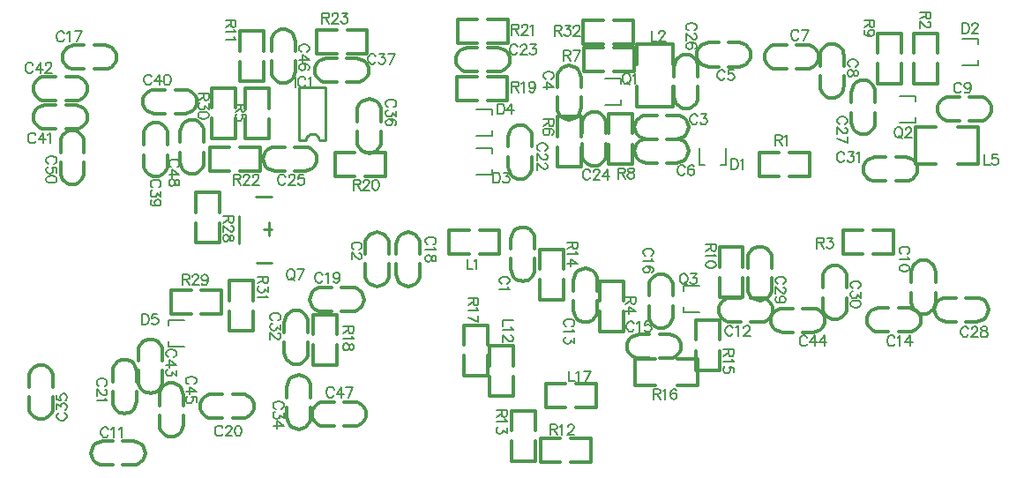
<source format=gto>
%FSLAX42Y42*%
%MOMM*%
G71*
G01*
G75*
%ADD10C,0.38*%
%ADD11C,0.40*%
%ADD12R,1.52X1.27*%
%ADD13R,1.27X1.52*%
%ADD14R,1.27X1.02*%
%ADD15R,1.52X2.54*%
%ADD16R,2.54X1.52*%
%ADD17O,2.03X0.61*%
%ADD18R,6.73X6.73*%
%ADD19R,1.02X1.27*%
%ADD20R,3.00X1.60*%
%ADD21R,1.52X1.52*%
%ADD22C,1.00*%
%ADD23C,0.50*%
%ADD24C,1.40*%
%ADD25C,0.80*%
%ADD26C,0.70*%
%ADD27C,0.80*%
%ADD28C,1.50*%
%ADD29C,1.40*%
%ADD30C,0.30*%
%ADD31C,0.51*%
%ADD32C,0.20*%
%ADD33C,0.15*%
%ADD34C,0.18*%
%ADD35C,3.50*%
%ADD36C,2.41*%
%ADD37C,6.20*%
%ADD38C,1.32*%
%ADD39C,1.78*%
%ADD40C,1.57*%
%ADD41C,1.52*%
%ADD42R,1.78X1.78*%
%ADD43C,1.90*%
%ADD44C,6.99*%
%ADD45C,2.03*%
%ADD46R,2.03X2.03*%
%ADD47C,1.27*%
%ADD48R,2.39X3.00*%
%ADD49C,0.13*%
%ADD50C,0.25*%
%ADD51C,0.30*%
%ADD52C,0.20*%
D30*
X22707Y18804D02*
X22710Y18779D01*
X22718Y18755D01*
X22732Y18733D01*
X22750Y18715D01*
X22772Y18701D01*
X22796Y18693D01*
X22821Y18690D01*
X22847Y18693D01*
X22871Y18701D01*
X22892Y18715D01*
X22910Y18733D01*
X22924Y18755D01*
X22933Y18779D01*
X22935Y18804D01*
Y19094D02*
X22933Y19120D01*
X22924Y19144D01*
X22910Y19166D01*
X22892Y19184D01*
X22871Y19197D01*
X22847Y19206D01*
X22821Y19209D01*
X22796Y19206D01*
X22772Y19197D01*
X22750Y19184D01*
X22732Y19166D01*
X22718Y19144D01*
X22710Y19120D01*
X22707Y19094D01*
X21560Y21519D02*
X21558Y21545D01*
X21549Y21569D01*
X21535Y21591D01*
X21517Y21609D01*
X21496Y21622D01*
X21472Y21631D01*
X21446Y21634D01*
X21421Y21631D01*
X21397Y21622D01*
X21375Y21609D01*
X21357Y21591D01*
X21343Y21569D01*
X21335Y21545D01*
X21332Y21519D01*
Y21229D02*
X21335Y21204D01*
X21343Y21180D01*
X21357Y21158D01*
X21375Y21140D01*
X21397Y21126D01*
X21421Y21118D01*
X21446Y21115D01*
X21472Y21118D01*
X21496Y21126D01*
X21517Y21140D01*
X21535Y21158D01*
X21549Y21180D01*
X21558Y21204D01*
X21560Y21229D01*
X25457Y19829D02*
X25460Y19804D01*
X25468Y19780D01*
X25482Y19758D01*
X25500Y19740D01*
X25522Y19726D01*
X25546Y19718D01*
X25571Y19715D01*
X25597Y19718D01*
X25621Y19726D01*
X25642Y19740D01*
X25660Y19758D01*
X25674Y19780D01*
X25683Y19804D01*
X25685Y19829D01*
Y20119D02*
X25683Y20145D01*
X25674Y20169D01*
X25660Y20191D01*
X25642Y20209D01*
X25621Y20222D01*
X25597Y20231D01*
X25571Y20234D01*
X25546Y20231D01*
X25522Y20222D01*
X25500Y20209D01*
X25482Y20191D01*
X25468Y20169D01*
X25460Y20145D01*
X25457Y20119D01*
X20666Y22374D02*
X20641Y22371D01*
X20617Y22362D01*
X20595Y22349D01*
X20577Y22331D01*
X20563Y22309D01*
X20555Y22285D01*
X20552Y22259D01*
X20555Y22234D01*
X20563Y22210D01*
X20577Y22188D01*
X20595Y22170D01*
X20617Y22156D01*
X20641Y22148D01*
X20666Y22145D01*
X20956D02*
X20982Y22148D01*
X21006Y22156D01*
X21027Y22170D01*
X21045Y22188D01*
X21059Y22210D01*
X21068Y22234D01*
X21070Y22259D01*
X21068Y22285D01*
X21059Y22309D01*
X21045Y22331D01*
X21027Y22349D01*
X21006Y22362D01*
X20982Y22371D01*
X20956Y22374D01*
X26182Y19774D02*
X26185Y19749D01*
X26193Y19725D01*
X26207Y19703D01*
X26225Y19685D01*
X26247Y19671D01*
X26271Y19663D01*
X26296Y19660D01*
X26322Y19663D01*
X26346Y19671D01*
X26367Y19685D01*
X26385Y19703D01*
X26399Y19725D01*
X26408Y19749D01*
X26410Y19774D01*
Y20064D02*
X26408Y20090D01*
X26399Y20114D01*
X26385Y20136D01*
X26367Y20154D01*
X26346Y20167D01*
X26322Y20176D01*
X26296Y20179D01*
X26271Y20176D01*
X26247Y20167D01*
X26225Y20154D01*
X26207Y20136D01*
X26193Y20114D01*
X26185Y20090D01*
X26182Y20064D01*
X21726Y21720D02*
X21752Y21723D01*
X21776Y21731D01*
X21797Y21745D01*
X21815Y21763D01*
X21829Y21785D01*
X21838Y21809D01*
X21840Y21834D01*
X21838Y21860D01*
X21829Y21884D01*
X21815Y21906D01*
X21797Y21924D01*
X21776Y21937D01*
X21752Y21946D01*
X21726Y21949D01*
X21436D02*
X21411Y21946D01*
X21387Y21937D01*
X21365Y21924D01*
X21347Y21906D01*
X21333Y21884D01*
X21325Y21860D01*
X21322Y21834D01*
X21325Y21809D01*
X21333Y21785D01*
X21347Y21763D01*
X21365Y21745D01*
X21387Y21731D01*
X21411Y21723D01*
X21436Y21720D01*
X28080Y20147D02*
X28078Y20173D01*
X28069Y20197D01*
X28056Y20219D01*
X28037Y20237D01*
X28016Y20250D01*
X27992Y20259D01*
X27966Y20262D01*
X27941Y20259D01*
X27917Y20250D01*
X27895Y20237D01*
X27877Y20219D01*
X27863Y20197D01*
X27855Y20173D01*
X27852Y20147D01*
Y19857D02*
X27855Y19832D01*
X27863Y19808D01*
X27877Y19786D01*
X27895Y19768D01*
X27917Y19754D01*
X27941Y19746D01*
X27966Y19743D01*
X27992Y19746D01*
X28016Y19754D01*
X28037Y19768D01*
X28056Y19786D01*
X28069Y19808D01*
X28078Y19832D01*
X28080Y19857D01*
X29327Y19723D02*
X29352Y19726D01*
X29376Y19734D01*
X29398Y19748D01*
X29416Y19766D01*
X29430Y19788D01*
X29438Y19812D01*
X29441Y19837D01*
X29438Y19863D01*
X29430Y19887D01*
X29416Y19909D01*
X29398Y19927D01*
X29376Y19940D01*
X29352Y19949D01*
X29327Y19952D01*
X29037D02*
X29011Y19949D01*
X28987Y19940D01*
X28965Y19927D01*
X28947Y19909D01*
X28934Y19887D01*
X28925Y19863D01*
X28922Y19837D01*
X28925Y19812D01*
X28934Y19788D01*
X28947Y19766D01*
X28965Y19748D01*
X28987Y19734D01*
X29011Y19726D01*
X29037Y19723D01*
X21261Y19244D02*
X21258Y19270D01*
X21250Y19294D01*
X21236Y19316D01*
X21218Y19334D01*
X21196Y19347D01*
X21172Y19356D01*
X21147Y19359D01*
X21121Y19356D01*
X21097Y19347D01*
X21076Y19334D01*
X21058Y19316D01*
X21044Y19294D01*
X21035Y19270D01*
X21033Y19244D01*
Y18954D02*
X21035Y18929D01*
X21044Y18905D01*
X21058Y18883D01*
X21076Y18865D01*
X21097Y18851D01*
X21121Y18843D01*
X21147Y18840D01*
X21172Y18843D01*
X21196Y18851D01*
X21218Y18865D01*
X21236Y18883D01*
X21250Y18905D01*
X21258Y18929D01*
X21261Y18954D01*
X27404Y22379D02*
X27378Y22376D01*
X27354Y22367D01*
X27332Y22354D01*
X27314Y22336D01*
X27301Y22314D01*
X27292Y22290D01*
X27289Y22264D01*
X27292Y22239D01*
X27301Y22215D01*
X27314Y22193D01*
X27332Y22175D01*
X27354Y22161D01*
X27378Y22153D01*
X27404Y22150D01*
X27694D02*
X27719Y22153D01*
X27743Y22161D01*
X27765Y22175D01*
X27783Y22193D01*
X27797Y22215D01*
X27805Y22239D01*
X27808Y22264D01*
X27805Y22290D01*
X27797Y22314D01*
X27783Y22336D01*
X27765Y22354D01*
X27743Y22367D01*
X27719Y22376D01*
X27694Y22379D01*
X25541Y21330D02*
X25544Y21305D01*
X25552Y21280D01*
X25566Y21259D01*
X25584Y21241D01*
X25605Y21227D01*
X25630Y21219D01*
X25655Y21216D01*
X25680Y21219D01*
X25705Y21227D01*
X25726Y21241D01*
X25744Y21259D01*
X25758Y21280D01*
X25766Y21305D01*
X25769Y21330D01*
Y21620D02*
X25766Y21645D01*
X25758Y21670D01*
X25744Y21691D01*
X25726Y21709D01*
X25705Y21723D01*
X25680Y21731D01*
X25655Y21734D01*
X25630Y21731D01*
X25605Y21723D01*
X25584Y21709D01*
X25566Y21691D01*
X25552Y21670D01*
X25544Y21645D01*
X25541Y21620D01*
X27256Y19720D02*
X27282Y19723D01*
X27306Y19731D01*
X27327Y19745D01*
X27345Y19763D01*
X27359Y19785D01*
X27368Y19809D01*
X27370Y19834D01*
X27368Y19860D01*
X27359Y19884D01*
X27345Y19906D01*
X27327Y19924D01*
X27306Y19937D01*
X27282Y19946D01*
X27256Y19949D01*
X26966D02*
X26941Y19946D01*
X26917Y19937D01*
X26895Y19924D01*
X26877Y19906D01*
X26863Y19884D01*
X26855Y19860D01*
X26852Y19834D01*
X26855Y19809D01*
X26863Y19785D01*
X26877Y19763D01*
X26895Y19745D01*
X26917Y19731D01*
X26941Y19723D01*
X26966Y19720D01*
X28931Y20197D02*
X28928Y20223D01*
X28920Y20247D01*
X28906Y20269D01*
X28888Y20287D01*
X28866Y20300D01*
X28842Y20309D01*
X28817Y20312D01*
X28791Y20309D01*
X28767Y20300D01*
X28745Y20287D01*
X28727Y20269D01*
X28714Y20247D01*
X28705Y20223D01*
X28702Y20197D01*
Y19907D02*
X28705Y19882D01*
X28714Y19858D01*
X28727Y19836D01*
X28745Y19818D01*
X28767Y19804D01*
X28791Y19796D01*
X28817Y19793D01*
X28842Y19796D01*
X28866Y19804D01*
X28888Y19818D01*
X28906Y19836D01*
X28920Y19858D01*
X28928Y19882D01*
X28931Y19907D01*
X25299Y21775D02*
X25302Y21749D01*
X25311Y21725D01*
X25324Y21703D01*
X25342Y21685D01*
X25364Y21672D01*
X25388Y21663D01*
X25414Y21660D01*
X25439Y21663D01*
X25463Y21672D01*
X25485Y21685D01*
X25503Y21703D01*
X25517Y21725D01*
X25525Y21749D01*
X25528Y21775D01*
Y22065D02*
X25525Y22090D01*
X25517Y22114D01*
X25503Y22136D01*
X25485Y22154D01*
X25463Y22168D01*
X25439Y22176D01*
X25414Y22179D01*
X25388Y22176D01*
X25364Y22168D01*
X25342Y22154D01*
X25324Y22136D01*
X25311Y22114D01*
X25302Y22090D01*
X25299Y22065D01*
X26086Y19599D02*
X26061Y19596D01*
X26037Y19587D01*
X26015Y19574D01*
X25997Y19556D01*
X25983Y19534D01*
X25975Y19510D01*
X25972Y19484D01*
X25975Y19459D01*
X25983Y19435D01*
X25997Y19413D01*
X26015Y19395D01*
X26037Y19381D01*
X26061Y19373D01*
X26086Y19370D01*
X26376D02*
X26402Y19373D01*
X26426Y19381D01*
X26447Y19395D01*
X26465Y19413D01*
X26479Y19435D01*
X26488Y19459D01*
X26490Y19484D01*
X26488Y19510D01*
X26479Y19534D01*
X26465Y19556D01*
X26447Y19574D01*
X26426Y19587D01*
X26402Y19596D01*
X26376Y19599D01*
X28353Y21924D02*
X28350Y21950D01*
X28342Y21974D01*
X28328Y21996D01*
X28310Y22014D01*
X28288Y22027D01*
X28264Y22036D01*
X28239Y22039D01*
X28213Y22036D01*
X28189Y22027D01*
X28167Y22014D01*
X28149Y21996D01*
X28136Y21974D01*
X28127Y21950D01*
X28124Y21924D01*
Y21634D02*
X28127Y21609D01*
X28136Y21585D01*
X28149Y21563D01*
X28167Y21545D01*
X28189Y21531D01*
X28213Y21523D01*
X28239Y21520D01*
X28264Y21523D01*
X28288Y21531D01*
X28310Y21545D01*
X28328Y21563D01*
X28342Y21585D01*
X28350Y21609D01*
X28353Y21634D01*
X27045Y22170D02*
X27071Y22173D01*
X27095Y22182D01*
X27117Y22195D01*
X27135Y22213D01*
X27148Y22235D01*
X27157Y22259D01*
X27160Y22285D01*
X27157Y22310D01*
X27148Y22334D01*
X27135Y22356D01*
X27117Y22374D01*
X27095Y22388D01*
X27071Y22396D01*
X27045Y22399D01*
X26755D02*
X26730Y22396D01*
X26706Y22388D01*
X26684Y22374D01*
X26666Y22356D01*
X26652Y22334D01*
X26644Y22310D01*
X26641Y22285D01*
X26644Y22259D01*
X26652Y22235D01*
X26666Y22213D01*
X26684Y22195D01*
X26706Y22182D01*
X26730Y22173D01*
X26755Y22170D01*
X22557Y22124D02*
X22560Y22099D01*
X22568Y22075D01*
X22582Y22053D01*
X22600Y22035D01*
X22622Y22021D01*
X22646Y22013D01*
X22671Y22010D01*
X22697Y22013D01*
X22721Y22021D01*
X22742Y22035D01*
X22760Y22053D01*
X22774Y22075D01*
X22783Y22099D01*
X22785Y22124D01*
Y22414D02*
X22783Y22440D01*
X22774Y22464D01*
X22760Y22486D01*
X22742Y22504D01*
X22721Y22517D01*
X22697Y22526D01*
X22671Y22529D01*
X22646Y22526D01*
X22622Y22517D01*
X22600Y22504D01*
X22582Y22486D01*
X22568Y22464D01*
X22560Y22440D01*
X22557Y22414D01*
X20386Y22074D02*
X20361Y22071D01*
X20337Y22062D01*
X20315Y22049D01*
X20297Y22031D01*
X20283Y22009D01*
X20275Y21985D01*
X20272Y21959D01*
X20275Y21934D01*
X20283Y21910D01*
X20297Y21888D01*
X20315Y21870D01*
X20337Y21856D01*
X20361Y21848D01*
X20386Y21845D01*
X20676D02*
X20702Y21848D01*
X20726Y21856D01*
X20747Y21870D01*
X20765Y21888D01*
X20779Y21910D01*
X20788Y21934D01*
X20790Y21959D01*
X20788Y21985D01*
X20779Y22009D01*
X20765Y22031D01*
X20747Y22049D01*
X20726Y22062D01*
X20702Y22071D01*
X20676Y22074D01*
X24831Y21205D02*
X24834Y21180D01*
X24842Y21156D01*
X24856Y21134D01*
X24874Y21116D01*
X24895Y21102D01*
X24920Y21094D01*
X24945Y21091D01*
X24970Y21094D01*
X24995Y21102D01*
X25016Y21116D01*
X25034Y21134D01*
X25048Y21156D01*
X25056Y21180D01*
X25059Y21205D01*
Y21495D02*
X25056Y21521D01*
X25048Y21545D01*
X25034Y21566D01*
X25016Y21584D01*
X24995Y21598D01*
X24970Y21607D01*
X24945Y21609D01*
X24920Y21607D01*
X24895Y21598D01*
X24874Y21584D01*
X24856Y21566D01*
X24842Y21545D01*
X24834Y21521D01*
X24831Y21495D01*
X26157Y21476D02*
X26132Y21473D01*
X26107Y21464D01*
X26086Y21451D01*
X26068Y21433D01*
X26054Y21411D01*
X26046Y21387D01*
X26043Y21361D01*
X26046Y21336D01*
X26054Y21312D01*
X26068Y21290D01*
X26086Y21272D01*
X26107Y21258D01*
X26132Y21250D01*
X26157Y21247D01*
X26447D02*
X26472Y21250D01*
X26497Y21258D01*
X26518Y21272D01*
X26536Y21290D01*
X26550Y21312D01*
X26558Y21336D01*
X26561Y21361D01*
X26558Y21387D01*
X26550Y21411D01*
X26536Y21433D01*
X26518Y21451D01*
X26497Y21464D01*
X26472Y21473D01*
X26447Y21476D01*
X23457Y20174D02*
X23460Y20149D01*
X23468Y20125D01*
X23482Y20103D01*
X23500Y20085D01*
X23522Y20071D01*
X23546Y20063D01*
X23571Y20060D01*
X23597Y20063D01*
X23621Y20071D01*
X23642Y20085D01*
X23660Y20103D01*
X23674Y20125D01*
X23683Y20149D01*
X23685Y20174D01*
Y20464D02*
X23683Y20490D01*
X23674Y20514D01*
X23660Y20536D01*
X23642Y20554D01*
X23621Y20567D01*
X23597Y20576D01*
X23571Y20579D01*
X23546Y20576D01*
X23522Y20567D01*
X23500Y20554D01*
X23482Y20536D01*
X23468Y20514D01*
X23460Y20490D01*
X23457Y20464D01*
X27756Y19620D02*
X27782Y19623D01*
X27806Y19631D01*
X27827Y19645D01*
X27845Y19663D01*
X27859Y19685D01*
X27868Y19709D01*
X27870Y19734D01*
X27868Y19760D01*
X27859Y19784D01*
X27845Y19806D01*
X27827Y19824D01*
X27806Y19837D01*
X27782Y19846D01*
X27756Y19849D01*
X27466D02*
X27441Y19846D01*
X27417Y19837D01*
X27395Y19824D01*
X27377Y19806D01*
X27363Y19784D01*
X27355Y19760D01*
X27352Y19734D01*
X27355Y19709D01*
X27363Y19685D01*
X27377Y19663D01*
X27395Y19645D01*
X27417Y19631D01*
X27441Y19623D01*
X27466Y19620D01*
X21711Y19019D02*
X21708Y19045D01*
X21700Y19069D01*
X21686Y19091D01*
X21668Y19109D01*
X21646Y19122D01*
X21622Y19131D01*
X21597Y19134D01*
X21571Y19131D01*
X21547Y19122D01*
X21526Y19109D01*
X21508Y19091D01*
X21494Y19069D01*
X21485Y19045D01*
X21483Y19019D01*
Y18729D02*
X21485Y18704D01*
X21494Y18680D01*
X21508Y18658D01*
X21526Y18640D01*
X21547Y18626D01*
X21571Y18618D01*
X21597Y18615D01*
X21622Y18618D01*
X21646Y18626D01*
X21668Y18640D01*
X21686Y18658D01*
X21700Y18680D01*
X21708Y18704D01*
X21711Y18729D01*
X20232Y18899D02*
X20235Y18874D01*
X20243Y18850D01*
X20257Y18828D01*
X20275Y18810D01*
X20297Y18796D01*
X20321Y18788D01*
X20346Y18785D01*
X20372Y18788D01*
X20396Y18796D01*
X20417Y18810D01*
X20435Y18828D01*
X20449Y18850D01*
X20458Y18874D01*
X20460Y18899D01*
Y19189D02*
X20458Y19215D01*
X20449Y19239D01*
X20435Y19261D01*
X20417Y19279D01*
X20396Y19292D01*
X20372Y19301D01*
X20346Y19304D01*
X20321Y19301D01*
X20297Y19292D01*
X20275Y19279D01*
X20257Y19261D01*
X20243Y19239D01*
X20235Y19215D01*
X20232Y19189D01*
X26424Y21879D02*
X26427Y21854D01*
X26436Y21830D01*
X26449Y21808D01*
X26467Y21790D01*
X26489Y21776D01*
X26513Y21768D01*
X26539Y21765D01*
X26564Y21768D01*
X26588Y21776D01*
X26610Y21790D01*
X26628Y21808D01*
X26642Y21830D01*
X26650Y21854D01*
X26653Y21879D01*
Y22169D02*
X26650Y22195D01*
X26642Y22219D01*
X26628Y22241D01*
X26610Y22259D01*
X26588Y22272D01*
X26564Y22281D01*
X26539Y22284D01*
X26513Y22281D01*
X26489Y22272D01*
X26467Y22259D01*
X26449Y22241D01*
X26436Y22219D01*
X26427Y22195D01*
X26424Y22169D01*
X28053Y22274D02*
X28050Y22300D01*
X28042Y22324D01*
X28028Y22346D01*
X28010Y22364D01*
X27988Y22377D01*
X27964Y22386D01*
X27939Y22389D01*
X27913Y22386D01*
X27889Y22377D01*
X27867Y22364D01*
X27849Y22346D01*
X27836Y22324D01*
X27827Y22300D01*
X27824Y22274D01*
Y21984D02*
X27827Y21959D01*
X27836Y21935D01*
X27849Y21913D01*
X27867Y21895D01*
X27889Y21881D01*
X27913Y21873D01*
X27939Y21870D01*
X27964Y21873D01*
X27988Y21881D01*
X28010Y21895D01*
X28028Y21913D01*
X28042Y21935D01*
X28050Y21959D01*
X28053Y21984D01*
X23061Y18949D02*
X23036Y18946D01*
X23012Y18937D01*
X22990Y18924D01*
X22972Y18906D01*
X22958Y18884D01*
X22950Y18860D01*
X22947Y18834D01*
X22950Y18809D01*
X22958Y18785D01*
X22972Y18763D01*
X22990Y18745D01*
X23012Y18731D01*
X23036Y18723D01*
X23061Y18720D01*
X23351D02*
X23377Y18723D01*
X23401Y18731D01*
X23422Y18745D01*
X23440Y18763D01*
X23454Y18785D01*
X23463Y18809D01*
X23465Y18834D01*
X23463Y18860D01*
X23454Y18884D01*
X23440Y18906D01*
X23422Y18924D01*
X23401Y18937D01*
X23377Y18946D01*
X23351Y18949D01*
X21282Y19149D02*
X21285Y19124D01*
X21293Y19100D01*
X21307Y19078D01*
X21325Y19060D01*
X21347Y19046D01*
X21371Y19038D01*
X21396Y19035D01*
X21422Y19038D01*
X21446Y19046D01*
X21467Y19060D01*
X21485Y19078D01*
X21499Y19100D01*
X21508Y19124D01*
X21510Y19149D01*
Y19439D02*
X21508Y19465D01*
X21499Y19489D01*
X21485Y19511D01*
X21467Y19529D01*
X21446Y19542D01*
X21422Y19551D01*
X21396Y19554D01*
X21371Y19551D01*
X21347Y19542D01*
X21325Y19529D01*
X21307Y19511D01*
X21293Y19489D01*
X21285Y19465D01*
X21282Y19439D01*
X23610Y21744D02*
X23608Y21770D01*
X23599Y21794D01*
X23585Y21816D01*
X23567Y21834D01*
X23546Y21847D01*
X23522Y21856D01*
X23496Y21859D01*
X23471Y21856D01*
X23447Y21847D01*
X23425Y21834D01*
X23407Y21816D01*
X23393Y21794D01*
X23385Y21770D01*
X23382Y21744D01*
Y21454D02*
X23385Y21429D01*
X23393Y21405D01*
X23407Y21383D01*
X23425Y21365D01*
X23447Y21351D01*
X23471Y21343D01*
X23496Y21340D01*
X23522Y21343D01*
X23546Y21351D01*
X23567Y21365D01*
X23585Y21383D01*
X23599Y21405D01*
X23608Y21429D01*
X23610Y21454D01*
X20760Y21444D02*
X20758Y21470D01*
X20749Y21494D01*
X20735Y21516D01*
X20717Y21534D01*
X20696Y21547D01*
X20672Y21556D01*
X20646Y21559D01*
X20621Y21556D01*
X20597Y21547D01*
X20575Y21534D01*
X20557Y21516D01*
X20543Y21494D01*
X20535Y21470D01*
X20532Y21444D01*
Y21154D02*
X20535Y21129D01*
X20543Y21105D01*
X20557Y21083D01*
X20575Y21065D01*
X20597Y21051D01*
X20621Y21043D01*
X20646Y21040D01*
X20672Y21043D01*
X20696Y21051D01*
X20717Y21065D01*
X20735Y21083D01*
X20749Y21105D01*
X20758Y21129D01*
X20760Y21154D01*
X20386Y21799D02*
X20361Y21796D01*
X20337Y21787D01*
X20315Y21774D01*
X20297Y21756D01*
X20283Y21734D01*
X20275Y21710D01*
X20272Y21684D01*
X20275Y21659D01*
X20283Y21635D01*
X20297Y21613D01*
X20315Y21595D01*
X20337Y21581D01*
X20361Y21573D01*
X20386Y21570D01*
X20676D02*
X20702Y21573D01*
X20726Y21581D01*
X20747Y21595D01*
X20765Y21613D01*
X20779Y21635D01*
X20788Y21659D01*
X20790Y21684D01*
X20788Y21710D01*
X20779Y21734D01*
X20765Y21756D01*
X20747Y21774D01*
X20726Y21787D01*
X20702Y21796D01*
X20676Y21799D01*
X24731Y22120D02*
X24757Y22123D01*
X24781Y22131D01*
X24802Y22145D01*
X24820Y22163D01*
X24834Y22185D01*
X24843Y22209D01*
X24845Y22234D01*
X24843Y22260D01*
X24834Y22284D01*
X24820Y22306D01*
X24802Y22324D01*
X24781Y22337D01*
X24757Y22346D01*
X24731Y22349D01*
X24441D02*
X24416Y22346D01*
X24392Y22337D01*
X24370Y22324D01*
X24352Y22306D01*
X24338Y22284D01*
X24330Y22260D01*
X24327Y22234D01*
X24330Y22209D01*
X24338Y22185D01*
X24352Y22163D01*
X24370Y22145D01*
X24392Y22131D01*
X24416Y22123D01*
X24441Y22120D01*
X21910Y21544D02*
X21908Y21570D01*
X21899Y21594D01*
X21885Y21616D01*
X21867Y21634D01*
X21846Y21647D01*
X21822Y21656D01*
X21796Y21659D01*
X21771Y21656D01*
X21747Y21647D01*
X21725Y21634D01*
X21707Y21616D01*
X21693Y21594D01*
X21685Y21570D01*
X21682Y21544D01*
Y21254D02*
X21685Y21229D01*
X21693Y21205D01*
X21707Y21183D01*
X21725Y21165D01*
X21747Y21151D01*
X21771Y21143D01*
X21796Y21140D01*
X21822Y21143D01*
X21846Y21151D01*
X21867Y21165D01*
X21885Y21183D01*
X21899Y21205D01*
X21908Y21229D01*
X21910Y21254D01*
X23086Y22249D02*
X23061Y22246D01*
X23037Y22237D01*
X23015Y22224D01*
X22997Y22206D01*
X22983Y22184D01*
X22975Y22160D01*
X22972Y22134D01*
X22975Y22109D01*
X22983Y22085D01*
X22997Y22063D01*
X23015Y22045D01*
X23037Y22031D01*
X23061Y22023D01*
X23086Y22020D01*
X23376D02*
X23402Y22023D01*
X23426Y22031D01*
X23447Y22045D01*
X23465Y22063D01*
X23479Y22085D01*
X23488Y22109D01*
X23490Y22134D01*
X23488Y22160D01*
X23479Y22184D01*
X23465Y22206D01*
X23447Y22224D01*
X23426Y22237D01*
X23402Y22246D01*
X23376Y22249D01*
X22881Y21170D02*
X22907Y21173D01*
X22931Y21181D01*
X22952Y21195D01*
X22970Y21213D01*
X22984Y21235D01*
X22993Y21259D01*
X22995Y21284D01*
X22993Y21310D01*
X22984Y21334D01*
X22970Y21356D01*
X22952Y21374D01*
X22931Y21387D01*
X22907Y21396D01*
X22881Y21399D01*
X22591D02*
X22566Y21396D01*
X22542Y21387D01*
X22520Y21374D01*
X22502Y21356D01*
X22488Y21334D01*
X22480Y21310D01*
X22477Y21284D01*
X22480Y21259D01*
X22488Y21235D01*
X22502Y21213D01*
X22520Y21195D01*
X22542Y21181D01*
X22566Y21173D01*
X22591Y21170D01*
X23757Y20174D02*
X23760Y20149D01*
X23768Y20125D01*
X23782Y20103D01*
X23800Y20085D01*
X23822Y20071D01*
X23846Y20063D01*
X23871Y20060D01*
X23897Y20063D01*
X23921Y20071D01*
X23942Y20085D01*
X23960Y20103D01*
X23974Y20125D01*
X23983Y20149D01*
X23985Y20174D01*
Y20464D02*
X23983Y20490D01*
X23974Y20514D01*
X23960Y20536D01*
X23942Y20554D01*
X23921Y20567D01*
X23897Y20576D01*
X23871Y20579D01*
X23846Y20576D01*
X23822Y20567D01*
X23800Y20554D01*
X23782Y20536D01*
X23768Y20514D01*
X23760Y20490D01*
X23757Y20464D01*
X26157Y21704D02*
X26132Y21701D01*
X26107Y21693D01*
X26086Y21679D01*
X26068Y21661D01*
X26054Y21640D01*
X26046Y21615D01*
X26043Y21590D01*
X26046Y21565D01*
X26054Y21540D01*
X26068Y21519D01*
X26086Y21501D01*
X26107Y21487D01*
X26132Y21479D01*
X26157Y21476D01*
X26447D02*
X26472Y21479D01*
X26497Y21487D01*
X26518Y21501D01*
X26536Y21519D01*
X26550Y21540D01*
X26558Y21565D01*
X26561Y21590D01*
X26558Y21615D01*
X26550Y21640D01*
X26536Y21661D01*
X26518Y21679D01*
X26497Y21693D01*
X26472Y21701D01*
X26447Y21704D01*
X21231Y18345D02*
X21257Y18348D01*
X21281Y18356D01*
X21302Y18370D01*
X21320Y18388D01*
X21334Y18410D01*
X21343Y18434D01*
X21345Y18459D01*
X21343Y18485D01*
X21334Y18509D01*
X21320Y18531D01*
X21302Y18549D01*
X21281Y18562D01*
X21257Y18571D01*
X21231Y18574D01*
X20941D02*
X20916Y18571D01*
X20892Y18562D01*
X20870Y18549D01*
X20852Y18531D01*
X20838Y18509D01*
X20830Y18485D01*
X20827Y18459D01*
X20830Y18434D01*
X20838Y18410D01*
X20852Y18388D01*
X20870Y18370D01*
X20892Y18356D01*
X20916Y18348D01*
X20941Y18345D01*
X28677Y19623D02*
X28702Y19626D01*
X28726Y19634D01*
X28748Y19648D01*
X28766Y19666D01*
X28780Y19688D01*
X28788Y19712D01*
X28791Y19737D01*
X28788Y19763D01*
X28780Y19787D01*
X28766Y19809D01*
X28748Y19827D01*
X28726Y19840D01*
X28702Y19849D01*
X28677Y19852D01*
X28387D02*
X28361Y19849D01*
X28337Y19840D01*
X28315Y19827D01*
X28297Y19809D01*
X28284Y19787D01*
X28275Y19763D01*
X28272Y19737D01*
X28275Y19712D01*
X28284Y19688D01*
X28297Y19666D01*
X28315Y19648D01*
X28337Y19634D01*
X28361Y19626D01*
X28387Y19623D01*
X23041Y20049D02*
X23016Y20046D01*
X22992Y20037D01*
X22970Y20024D01*
X22952Y20006D01*
X22938Y19984D01*
X22930Y19960D01*
X22927Y19934D01*
X22930Y19909D01*
X22938Y19885D01*
X22952Y19863D01*
X22970Y19845D01*
X22992Y19831D01*
X23016Y19823D01*
X23041Y19820D01*
X23331D02*
X23357Y19823D01*
X23381Y19831D01*
X23402Y19845D01*
X23420Y19863D01*
X23434Y19885D01*
X23443Y19909D01*
X23445Y19934D01*
X23443Y19960D01*
X23434Y19984D01*
X23420Y20006D01*
X23402Y20024D01*
X23381Y20037D01*
X23357Y20046D01*
X23331Y20049D01*
X25085Y20514D02*
X25083Y20540D01*
X25074Y20564D01*
X25060Y20586D01*
X25042Y20604D01*
X25021Y20617D01*
X24997Y20626D01*
X24971Y20629D01*
X24946Y20626D01*
X24922Y20617D01*
X24900Y20604D01*
X24882Y20586D01*
X24868Y20564D01*
X24860Y20540D01*
X24857Y20514D01*
Y20224D02*
X24860Y20199D01*
X24868Y20175D01*
X24882Y20153D01*
X24900Y20135D01*
X24922Y20121D01*
X24946Y20113D01*
X24971Y20110D01*
X24997Y20113D01*
X25021Y20121D01*
X25042Y20135D01*
X25060Y20153D01*
X25074Y20175D01*
X25083Y20199D01*
X25085Y20224D01*
X27132Y20039D02*
X27135Y20013D01*
X27143Y19989D01*
X27157Y19967D01*
X27175Y19949D01*
X27197Y19936D01*
X27221Y19927D01*
X27246Y19924D01*
X27272Y19927D01*
X27296Y19936D01*
X27317Y19949D01*
X27335Y19967D01*
X27349Y19989D01*
X27358Y20013D01*
X27360Y20039D01*
Y20329D02*
X27358Y20354D01*
X27349Y20378D01*
X27335Y20400D01*
X27317Y20418D01*
X27296Y20432D01*
X27272Y20440D01*
X27246Y20443D01*
X27221Y20440D01*
X27197Y20432D01*
X27175Y20418D01*
X27157Y20400D01*
X27143Y20378D01*
X27135Y20354D01*
X27132Y20329D01*
X29356Y21650D02*
X29382Y21653D01*
X29406Y21661D01*
X29427Y21675D01*
X29445Y21693D01*
X29459Y21715D01*
X29468Y21739D01*
X29470Y21764D01*
X29468Y21790D01*
X29459Y21814D01*
X29445Y21836D01*
X29427Y21854D01*
X29406Y21867D01*
X29382Y21876D01*
X29356Y21879D01*
X29066D02*
X29041Y21876D01*
X29017Y21867D01*
X28995Y21854D01*
X28977Y21836D01*
X28963Y21814D01*
X28955Y21790D01*
X28952Y21764D01*
X28955Y21739D01*
X28963Y21715D01*
X28977Y21693D01*
X28995Y21675D01*
X29017Y21661D01*
X29041Y21653D01*
X29066Y21650D01*
X28644Y21070D02*
X28670Y21073D01*
X28694Y21081D01*
X28716Y21095D01*
X28734Y21113D01*
X28747Y21135D01*
X28756Y21159D01*
X28759Y21184D01*
X28756Y21210D01*
X28747Y21234D01*
X28734Y21256D01*
X28716Y21274D01*
X28694Y21287D01*
X28670Y21296D01*
X28644Y21299D01*
X28354D02*
X28329Y21296D01*
X28305Y21287D01*
X28283Y21274D01*
X28265Y21256D01*
X28251Y21234D01*
X28243Y21210D01*
X28240Y21184D01*
X28243Y21159D01*
X28251Y21135D01*
X28265Y21113D01*
X28283Y21095D01*
X28305Y21081D01*
X28329Y21073D01*
X28354Y21070D01*
X22910Y19714D02*
X22908Y19740D01*
X22899Y19764D01*
X22885Y19786D01*
X22867Y19804D01*
X22846Y19817D01*
X22822Y19826D01*
X22796Y19829D01*
X22771Y19826D01*
X22747Y19817D01*
X22725Y19804D01*
X22707Y19786D01*
X22693Y19764D01*
X22685Y19740D01*
X22682Y19714D01*
Y19424D02*
X22685Y19399D01*
X22693Y19375D01*
X22707Y19353D01*
X22725Y19335D01*
X22747Y19321D01*
X22771Y19313D01*
X22796Y19310D01*
X22822Y19313D01*
X22846Y19321D01*
X22867Y19335D01*
X22885Y19353D01*
X22899Y19375D01*
X22908Y19399D01*
X22910Y19424D01*
X22277Y18795D02*
X22302Y18798D01*
X22326Y18806D01*
X22348Y18820D01*
X22366Y18838D01*
X22380Y18860D01*
X22388Y18884D01*
X22391Y18909D01*
X22388Y18935D01*
X22380Y18959D01*
X22366Y18981D01*
X22348Y18999D01*
X22326Y19012D01*
X22302Y19021D01*
X22277Y19024D01*
X21987D02*
X21961Y19021D01*
X21937Y19012D01*
X21916Y18999D01*
X21898Y18981D01*
X21884Y18959D01*
X21875Y18935D01*
X21873Y18909D01*
X21875Y18884D01*
X21884Y18860D01*
X21898Y18838D01*
X21916Y18820D01*
X21937Y18806D01*
X21961Y18798D01*
X21987Y18795D01*
X22707Y18804D02*
Y18898D01*
X21332Y21229D02*
Y21323D01*
X25457Y19829D02*
Y19923D01*
X20666Y22374D02*
X20760D01*
X26410Y19971D02*
Y20064D01*
X21633Y21720D02*
X21726D01*
X27852Y19857D02*
Y19951D01*
X29037Y19952D02*
X29130D01*
X21033Y18954D02*
Y19048D01*
X27600Y22150D02*
X27694D01*
X25769Y21527D02*
Y21620D01*
X26966Y19949D02*
X27060D01*
X28702Y19907D02*
Y20001D01*
X25528Y21971D02*
Y22065D01*
X26283Y19370D02*
X26376D01*
X28124Y21634D02*
Y21728D01*
X26755Y22399D02*
X26849D01*
X22785Y22321D02*
Y22414D01*
X20583Y21845D02*
X20676D01*
X25059Y21402D02*
Y21495D01*
X26354Y21247D02*
X26447D01*
X23685Y20371D02*
Y20464D01*
X27466Y19849D02*
X27560D01*
X21483Y18729D02*
Y18823D01*
X20460Y19096D02*
Y19189D01*
X26653Y22076D02*
Y22169D01*
X27824Y21984D02*
Y22078D01*
X23258Y18720D02*
X23351D01*
X21510Y19346D02*
Y19439D01*
X23382Y21454D02*
Y21548D01*
X20532Y21154D02*
Y21248D01*
X20583Y21570D02*
X20676D01*
X24441Y22349D02*
X24535D01*
X21682Y21254D02*
Y21348D01*
X23283Y22020D02*
X23376D01*
X22591Y21399D02*
X22685D01*
X23985Y20371D02*
Y20464D01*
X26354Y21476D02*
X26447D01*
X20941Y18574D02*
X21035D01*
X28387Y19852D02*
X28480D01*
X23041Y20049D02*
X23135D01*
X25085Y20421D02*
Y20514D01*
X27360Y20235D02*
Y20329D01*
X29066Y21879D02*
X29160D01*
X28551Y21070D02*
X28644D01*
X22910Y19621D02*
Y19714D01*
X22183Y18795D02*
X22277D01*
D32*
X22651Y18885D02*
X22660Y18890D01*
X22670Y18900D01*
X22674Y18909D01*
Y18928D01*
X22670Y18938D01*
X22660Y18947D01*
X22651Y18952D01*
X22636Y18957D01*
X22613D01*
X22598Y18952D01*
X22589Y18947D01*
X22579Y18938D01*
X22575Y18928D01*
Y18909D01*
X22579Y18900D01*
X22589Y18890D01*
X22598Y18885D01*
X22674Y18848D02*
Y18795D01*
X22636Y18824D01*
Y18810D01*
X22632Y18800D01*
X22627Y18795D01*
X22613Y18791D01*
X22603D01*
X22589Y18795D01*
X22579Y18805D01*
X22575Y18819D01*
Y18833D01*
X22579Y18848D01*
X22584Y18853D01*
X22594Y18857D01*
X22674Y18721D02*
X22608Y18768D01*
Y18697D01*
X22674Y18721D02*
X22575D01*
X22621Y19733D02*
X22631Y19738D01*
X22641Y19747D01*
X22645Y19757D01*
Y19776D01*
X22641Y19785D01*
X22631Y19795D01*
X22621Y19800D01*
X22607Y19804D01*
X22583D01*
X22569Y19800D01*
X22560Y19795D01*
X22550Y19785D01*
X22545Y19776D01*
Y19757D01*
X22550Y19747D01*
X22560Y19738D01*
X22569Y19733D01*
X22645Y19695D02*
Y19643D01*
X22607Y19672D01*
Y19657D01*
X22602Y19648D01*
X22598Y19643D01*
X22583Y19638D01*
X22574D01*
X22560Y19643D01*
X22550Y19653D01*
X22545Y19667D01*
Y19681D01*
X22550Y19695D01*
X22555Y19700D01*
X22564Y19705D01*
X22621Y19611D02*
X22626D01*
X22636Y19606D01*
X22641Y19602D01*
X22645Y19592D01*
Y19573D01*
X22641Y19563D01*
X22636Y19559D01*
X22626Y19554D01*
X22617D01*
X22607Y19559D01*
X22593Y19568D01*
X22545Y19616D01*
Y19549D01*
X28057Y21330D02*
X28052Y21339D01*
X28042Y21349D01*
X28033Y21353D01*
X28014D01*
X28004Y21349D01*
X27995Y21339D01*
X27990Y21330D01*
X27985Y21315D01*
Y21292D01*
X27990Y21277D01*
X27995Y21268D01*
X28004Y21258D01*
X28014Y21253D01*
X28033D01*
X28042Y21258D01*
X28052Y21268D01*
X28057Y21277D01*
X28094Y21353D02*
X28147D01*
X28118Y21315D01*
X28132D01*
X28142Y21311D01*
X28147Y21306D01*
X28151Y21292D01*
Y21282D01*
X28147Y21268D01*
X28137Y21258D01*
X28123Y21253D01*
X28108D01*
X28094Y21258D01*
X28089Y21263D01*
X28085Y21273D01*
X28174Y21334D02*
X28183Y21339D01*
X28197Y21353D01*
Y21253D01*
X28886Y22694D02*
X28786D01*
X28886D02*
Y22652D01*
X28881Y22637D01*
X28877Y22633D01*
X28867Y22628D01*
X28858D01*
X28848Y22633D01*
X28843Y22637D01*
X28838Y22652D01*
Y22694D01*
Y22661D02*
X28786Y22628D01*
X28862Y22601D02*
X28867D01*
X28877Y22596D01*
X28881Y22591D01*
X28886Y22582D01*
Y22563D01*
X28881Y22553D01*
X28877Y22548D01*
X28867Y22543D01*
X28858D01*
X28848Y22548D01*
X28834Y22558D01*
X28786Y22605D01*
Y22539D01*
X26226Y19074D02*
Y18974D01*
Y19074D02*
X26269D01*
X26283Y19070D01*
X26288Y19065D01*
X26293Y19055D01*
Y19046D01*
X26288Y19036D01*
X26283Y19032D01*
X26269Y19027D01*
X26226D01*
X26259D02*
X26293Y18974D01*
X26315Y19055D02*
X26325Y19060D01*
X26339Y19074D01*
Y18974D01*
X26446Y19060D02*
X26441Y19070D01*
X26427Y19074D01*
X26417D01*
X26403Y19070D01*
X26393Y19055D01*
X26388Y19032D01*
Y19008D01*
X26393Y18989D01*
X26403Y18979D01*
X26417Y18974D01*
X26422D01*
X26436Y18979D01*
X26446Y18989D01*
X26450Y19003D01*
Y19008D01*
X26446Y19022D01*
X26436Y19032D01*
X26422Y19036D01*
X26417D01*
X26403Y19032D01*
X26393Y19022D01*
X26388Y19008D01*
X26202Y20353D02*
X26212Y20358D01*
X26221Y20367D01*
X26226Y20377D01*
Y20396D01*
X26221Y20405D01*
X26212Y20415D01*
X26202Y20420D01*
X26188Y20424D01*
X26164D01*
X26150Y20420D01*
X26140Y20415D01*
X26131Y20405D01*
X26126Y20396D01*
Y20377D01*
X26131Y20367D01*
X26140Y20358D01*
X26150Y20353D01*
X26207Y20325D02*
X26212Y20315D01*
X26226Y20301D01*
X26126D01*
X26212Y20194D02*
X26221Y20199D01*
X26226Y20213D01*
Y20223D01*
X26221Y20237D01*
X26207Y20247D01*
X26183Y20252D01*
X26159D01*
X26140Y20247D01*
X26131Y20237D01*
X26126Y20223D01*
Y20218D01*
X26131Y20204D01*
X26140Y20194D01*
X26155Y20190D01*
X26159D01*
X26174Y20194D01*
X26183Y20204D01*
X26188Y20218D01*
Y20223D01*
X26183Y20237D01*
X26174Y20247D01*
X26159Y20252D01*
X26996Y19454D02*
X26896D01*
X26996D02*
Y19412D01*
X26991Y19397D01*
X26987Y19393D01*
X26977Y19388D01*
X26968D01*
X26958Y19393D01*
X26953Y19397D01*
X26948Y19412D01*
Y19454D01*
Y19421D02*
X26896Y19388D01*
X26977Y19365D02*
X26982Y19356D01*
X26996Y19342D01*
X26896D01*
X26996Y19235D02*
Y19283D01*
X26953Y19287D01*
X26958Y19283D01*
X26963Y19268D01*
Y19254D01*
X26958Y19240D01*
X26948Y19230D01*
X26934Y19225D01*
X26925D01*
X26910Y19230D01*
X26901Y19240D01*
X26896Y19254D01*
Y19268D01*
X26901Y19283D01*
X26906Y19287D01*
X26915Y19292D01*
X25416Y19249D02*
Y19149D01*
X25473D01*
X25484Y19230D02*
X25494Y19235D01*
X25508Y19249D01*
Y19149D01*
X25624Y19249D02*
X25577Y19149D01*
X25557Y19249D02*
X25624D01*
X28346Y22614D02*
X28246D01*
X28346D02*
Y22572D01*
X28341Y22557D01*
X28337Y22553D01*
X28327Y22548D01*
X28318D01*
X28308Y22553D01*
X28303Y22557D01*
X28298Y22572D01*
Y22614D01*
Y22581D02*
X28246Y22548D01*
X28313Y22463D02*
X28298Y22468D01*
X28289Y22478D01*
X28284Y22492D01*
Y22497D01*
X28289Y22511D01*
X28298Y22521D01*
X28313Y22525D01*
X28318D01*
X28332Y22521D01*
X28341Y22511D01*
X28346Y22497D01*
Y22492D01*
X28341Y22478D01*
X28332Y22468D01*
X28313Y22463D01*
X28289D01*
X28265Y22468D01*
X28251Y22478D01*
X28246Y22492D01*
Y22502D01*
X28251Y22516D01*
X28260Y22521D01*
X28567Y21589D02*
X28558Y21585D01*
X28548Y21575D01*
X28543Y21566D01*
X28539Y21551D01*
Y21527D01*
X28543Y21513D01*
X28548Y21504D01*
X28558Y21494D01*
X28567Y21489D01*
X28586D01*
X28596Y21494D01*
X28605Y21504D01*
X28610Y21513D01*
X28615Y21527D01*
Y21551D01*
X28610Y21566D01*
X28605Y21575D01*
X28596Y21585D01*
X28586Y21589D01*
X28567D01*
X28581Y21508D02*
X28610Y21480D01*
X28643Y21566D02*
Y21570D01*
X28648Y21580D01*
X28652Y21585D01*
X28662Y21589D01*
X28681D01*
X28690Y21585D01*
X28695Y21580D01*
X28700Y21570D01*
Y21561D01*
X28695Y21551D01*
X28686Y21537D01*
X28638Y21489D01*
X28705D01*
X24816Y18874D02*
X24716D01*
X24816D02*
Y18832D01*
X24811Y18817D01*
X24807Y18813D01*
X24797Y18808D01*
X24788D01*
X24778Y18813D01*
X24773Y18817D01*
X24768Y18832D01*
Y18874D01*
Y18841D02*
X24716Y18808D01*
X24797Y18785D02*
X24802Y18776D01*
X24816Y18762D01*
X24716D01*
X24816Y18703D02*
Y18650D01*
X24778Y18679D01*
Y18664D01*
X24773Y18655D01*
X24768Y18650D01*
X24754Y18645D01*
X24745D01*
X24730Y18650D01*
X24721Y18660D01*
X24716Y18674D01*
Y18688D01*
X24721Y18703D01*
X24726Y18707D01*
X24735Y18712D01*
X25236Y18734D02*
Y18634D01*
Y18734D02*
X25279D01*
X25293Y18730D01*
X25298Y18725D01*
X25303Y18715D01*
Y18706D01*
X25298Y18696D01*
X25293Y18692D01*
X25279Y18687D01*
X25236D01*
X25269D02*
X25303Y18634D01*
X25325Y18715D02*
X25335Y18720D01*
X25349Y18734D01*
Y18634D01*
X25403Y18711D02*
Y18715D01*
X25408Y18725D01*
X25413Y18730D01*
X25422Y18734D01*
X25441D01*
X25451Y18730D01*
X25456Y18725D01*
X25460Y18715D01*
Y18706D01*
X25456Y18696D01*
X25446Y18682D01*
X25398Y18634D01*
X25465D01*
X20568Y22486D02*
X20563Y22495D01*
X20553Y22505D01*
X20544Y22509D01*
X20525D01*
X20515Y22505D01*
X20506Y22495D01*
X20501Y22486D01*
X20496Y22471D01*
Y22447D01*
X20501Y22433D01*
X20506Y22424D01*
X20515Y22414D01*
X20525Y22409D01*
X20544D01*
X20553Y22414D01*
X20563Y22424D01*
X20568Y22433D01*
X20596Y22490D02*
X20605Y22495D01*
X20619Y22509D01*
Y22409D01*
X20736Y22509D02*
X20688Y22409D01*
X20669Y22509D02*
X20736D01*
X28540Y19564D02*
X28536Y19573D01*
X28526Y19583D01*
X28517Y19588D01*
X28497D01*
X28488Y19583D01*
X28478Y19573D01*
X28474Y19564D01*
X28469Y19549D01*
Y19526D01*
X28474Y19511D01*
X28478Y19502D01*
X28488Y19492D01*
X28497Y19488D01*
X28517D01*
X28526Y19492D01*
X28536Y19502D01*
X28540Y19511D01*
X28568Y19568D02*
X28578Y19573D01*
X28592Y19588D01*
Y19488D01*
X28689Y19588D02*
X28642Y19521D01*
X28713D01*
X28689Y19588D02*
Y19488D01*
X20993Y18686D02*
X20988Y18695D01*
X20978Y18705D01*
X20969Y18709D01*
X20950D01*
X20940Y18705D01*
X20931Y18695D01*
X20926Y18686D01*
X20921Y18671D01*
Y18647D01*
X20926Y18633D01*
X20931Y18624D01*
X20940Y18614D01*
X20950Y18609D01*
X20969D01*
X20978Y18614D01*
X20988Y18624D01*
X20993Y18633D01*
X21021Y18690D02*
X21030Y18695D01*
X21044Y18709D01*
Y18609D01*
X21094Y18690D02*
X21103Y18695D01*
X21118Y18709D01*
Y18609D01*
X23345Y19674D02*
X23245D01*
X23345D02*
Y19632D01*
X23341Y19617D01*
X23336Y19613D01*
X23326Y19608D01*
X23317D01*
X23307Y19613D01*
X23302Y19617D01*
X23298Y19632D01*
Y19674D01*
Y19641D02*
X23245Y19608D01*
X23326Y19585D02*
X23331Y19576D01*
X23345Y19562D01*
X23245D01*
X23345Y19488D02*
X23341Y19503D01*
X23331Y19507D01*
X23321D01*
X23312Y19503D01*
X23307Y19493D01*
X23302Y19474D01*
X23298Y19460D01*
X23288Y19450D01*
X23279Y19445D01*
X23264D01*
X23255Y19450D01*
X23250Y19455D01*
X23245Y19469D01*
Y19488D01*
X23250Y19503D01*
X23255Y19507D01*
X23264Y19512D01*
X23279D01*
X23288Y19507D01*
X23298Y19498D01*
X23302Y19483D01*
X23307Y19464D01*
X23312Y19455D01*
X23321Y19450D01*
X23331D01*
X23341Y19455D01*
X23345Y19469D01*
Y19488D01*
X21706Y20175D02*
Y20075D01*
Y20175D02*
X21749D01*
X21763Y20170D01*
X21768Y20165D01*
X21773Y20156D01*
Y20146D01*
X21768Y20136D01*
X21763Y20132D01*
X21749Y20127D01*
X21706D01*
X21739D02*
X21773Y20075D01*
X21800Y20151D02*
Y20156D01*
X21805Y20165D01*
X21809Y20170D01*
X21819Y20175D01*
X21838D01*
X21847Y20170D01*
X21852Y20165D01*
X21857Y20156D01*
Y20146D01*
X21852Y20136D01*
X21843Y20122D01*
X21795Y20075D01*
X21862D01*
X21946Y20141D02*
X21941Y20127D01*
X21932Y20117D01*
X21917Y20113D01*
X21913D01*
X21898Y20117D01*
X21889Y20127D01*
X21884Y20141D01*
Y20146D01*
X21889Y20160D01*
X21898Y20170D01*
X21913Y20175D01*
X21917D01*
X21932Y20170D01*
X21941Y20160D01*
X21946Y20141D01*
Y20117D01*
X21941Y20094D01*
X21932Y20079D01*
X21917Y20075D01*
X21908D01*
X21894Y20079D01*
X21889Y20089D01*
X27393Y21512D02*
Y21412D01*
Y21512D02*
X27436D01*
X27450Y21507D01*
X27455Y21503D01*
X27460Y21493D01*
Y21484D01*
X27455Y21474D01*
X27450Y21469D01*
X27436Y21465D01*
X27393D01*
X27426D02*
X27460Y21412D01*
X27482Y21493D02*
X27491Y21498D01*
X27506Y21512D01*
Y21412D01*
X27796Y20524D02*
Y20424D01*
Y20524D02*
X27839D01*
X27853Y20520D01*
X27858Y20515D01*
X27863Y20505D01*
Y20496D01*
X27858Y20486D01*
X27853Y20482D01*
X27839Y20477D01*
X27796D01*
X27829D02*
X27863Y20424D01*
X27895Y20524D02*
X27947D01*
X27918Y20486D01*
X27933D01*
X27942Y20482D01*
X27947Y20477D01*
X27952Y20462D01*
Y20453D01*
X27947Y20439D01*
X27937Y20429D01*
X27923Y20424D01*
X27909D01*
X27895Y20429D01*
X27890Y20434D01*
X27885Y20443D01*
X23046Y22684D02*
Y22584D01*
Y22684D02*
X23089D01*
X23103Y22680D01*
X23108Y22675D01*
X23113Y22665D01*
Y22656D01*
X23108Y22646D01*
X23103Y22642D01*
X23089Y22637D01*
X23046D01*
X23079D02*
X23113Y22584D01*
X23140Y22661D02*
Y22665D01*
X23145Y22675D01*
X23149Y22680D01*
X23159Y22684D01*
X23178D01*
X23187Y22680D01*
X23192Y22675D01*
X23197Y22665D01*
Y22656D01*
X23192Y22646D01*
X23183Y22632D01*
X23135Y22584D01*
X23202D01*
X23234Y22684D02*
X23286D01*
X23257Y22646D01*
X23272D01*
X23281Y22642D01*
X23286Y22637D01*
X23291Y22622D01*
Y22613D01*
X23286Y22599D01*
X23277Y22589D01*
X23262Y22584D01*
X23248D01*
X23234Y22589D01*
X23229Y22594D01*
X23224Y22603D01*
X22526Y20154D02*
X22426D01*
X22526D02*
Y20112D01*
X22521Y20097D01*
X22517Y20093D01*
X22507Y20088D01*
X22498D01*
X22488Y20093D01*
X22483Y20097D01*
X22478Y20112D01*
Y20154D01*
Y20121D02*
X22426Y20088D01*
X22526Y20056D02*
Y20003D01*
X22488Y20032D01*
Y20018D01*
X22483Y20008D01*
X22478Y20003D01*
X22464Y19999D01*
X22455D01*
X22440Y20003D01*
X22431Y20013D01*
X22426Y20027D01*
Y20042D01*
X22431Y20056D01*
X22436Y20061D01*
X22445Y20065D01*
X22507Y19976D02*
X22512Y19967D01*
X22526Y19953D01*
X22426D01*
X26648Y21691D02*
X26643Y21700D01*
X26633Y21710D01*
X26624Y21714D01*
X26605D01*
X26595Y21710D01*
X26586Y21700D01*
X26581Y21691D01*
X26576Y21676D01*
Y21652D01*
X26581Y21638D01*
X26586Y21629D01*
X26595Y21619D01*
X26605Y21614D01*
X26624D01*
X26633Y21619D01*
X26643Y21629D01*
X26648Y21638D01*
X26685Y21714D02*
X26737D01*
X26709Y21676D01*
X26723D01*
X26733Y21672D01*
X26737Y21667D01*
X26742Y21652D01*
Y21643D01*
X26737Y21629D01*
X26728Y21619D01*
X26714Y21614D01*
X26699D01*
X26685Y21619D01*
X26680Y21624D01*
X26676Y21633D01*
X24112Y20463D02*
X24122Y20468D01*
X24131Y20477D01*
X24136Y20487D01*
Y20506D01*
X24131Y20516D01*
X24122Y20525D01*
X24112Y20530D01*
X24098Y20535D01*
X24074D01*
X24060Y20530D01*
X24050Y20525D01*
X24041Y20516D01*
X24036Y20506D01*
Y20487D01*
X24041Y20477D01*
X24050Y20468D01*
X24060Y20463D01*
X24117Y20435D02*
X24122Y20426D01*
X24136Y20411D01*
X24036D01*
X24136Y20338D02*
X24131Y20352D01*
X24122Y20357D01*
X24112D01*
X24103Y20352D01*
X24098Y20343D01*
X24093Y20324D01*
X24088Y20309D01*
X24079Y20300D01*
X24069Y20295D01*
X24055D01*
X24046Y20300D01*
X24041Y20305D01*
X24036Y20319D01*
Y20338D01*
X24041Y20352D01*
X24046Y20357D01*
X24055Y20362D01*
X24069D01*
X24079Y20357D01*
X24088Y20348D01*
X24093Y20333D01*
X24098Y20314D01*
X24103Y20305D01*
X24112Y20300D01*
X24122D01*
X24131Y20305D01*
X24136Y20319D01*
Y20338D01*
X22693Y21111D02*
X22688Y21120D01*
X22678Y21130D01*
X22669Y21134D01*
X22650D01*
X22640Y21130D01*
X22631Y21120D01*
X22626Y21111D01*
X22621Y21096D01*
Y21072D01*
X22626Y21058D01*
X22631Y21049D01*
X22640Y21039D01*
X22650Y21034D01*
X22669D01*
X22678Y21039D01*
X22688Y21049D01*
X22693Y21058D01*
X22725Y21111D02*
Y21115D01*
X22730Y21125D01*
X22735Y21130D01*
X22744Y21134D01*
X22763D01*
X22773Y21130D01*
X22778Y21125D01*
X22782Y21115D01*
Y21106D01*
X22778Y21096D01*
X22768Y21082D01*
X22721Y21034D01*
X22787D01*
X22867Y21134D02*
X22819D01*
X22814Y21092D01*
X22819Y21096D01*
X22833Y21101D01*
X22848D01*
X22862Y21096D01*
X22872Y21087D01*
X22876Y21072D01*
Y21063D01*
X22872Y21049D01*
X22862Y21039D01*
X22848Y21034D01*
X22833D01*
X22819Y21039D01*
X22814Y21044D01*
X22810Y21053D01*
X23558Y22271D02*
X23553Y22280D01*
X23543Y22290D01*
X23534Y22294D01*
X23515D01*
X23505Y22290D01*
X23496Y22280D01*
X23491Y22271D01*
X23486Y22256D01*
Y22232D01*
X23491Y22218D01*
X23496Y22209D01*
X23505Y22199D01*
X23515Y22194D01*
X23534D01*
X23543Y22199D01*
X23553Y22209D01*
X23558Y22218D01*
X23595Y22294D02*
X23647D01*
X23619Y22256D01*
X23633D01*
X23643Y22252D01*
X23647Y22247D01*
X23652Y22232D01*
Y22223D01*
X23647Y22209D01*
X23638Y22199D01*
X23624Y22194D01*
X23609D01*
X23595Y22199D01*
X23590Y22204D01*
X23586Y22213D01*
X23741Y22294D02*
X23694Y22194D01*
X23675Y22294D02*
X23741D01*
X21650Y21208D02*
X21659Y21213D01*
X21669Y21222D01*
X21674Y21232D01*
Y21251D01*
X21669Y21260D01*
X21659Y21270D01*
X21650Y21275D01*
X21635Y21279D01*
X21612D01*
X21597Y21275D01*
X21588Y21270D01*
X21578Y21260D01*
X21574Y21251D01*
Y21232D01*
X21578Y21222D01*
X21588Y21213D01*
X21597Y21208D01*
X21674Y21132D02*
X21607Y21180D01*
Y21108D01*
X21674Y21132D02*
X21574D01*
X21674Y21067D02*
X21669Y21081D01*
X21659Y21086D01*
X21650D01*
X21640Y21081D01*
X21635Y21072D01*
X21631Y21053D01*
X21626Y21038D01*
X21616Y21029D01*
X21607Y21024D01*
X21593D01*
X21583Y21029D01*
X21578Y21034D01*
X21574Y21048D01*
Y21067D01*
X21578Y21081D01*
X21583Y21086D01*
X21593Y21091D01*
X21607D01*
X21616Y21086D01*
X21626Y21077D01*
X21631Y21062D01*
X21635Y21043D01*
X21640Y21034D01*
X21650Y21029D01*
X21659D01*
X21669Y21034D01*
X21674Y21048D01*
Y21067D01*
X24918Y22361D02*
X24913Y22370D01*
X24903Y22380D01*
X24894Y22384D01*
X24875D01*
X24865Y22380D01*
X24856Y22370D01*
X24851Y22361D01*
X24846Y22346D01*
Y22322D01*
X24851Y22308D01*
X24856Y22299D01*
X24865Y22289D01*
X24875Y22284D01*
X24894D01*
X24903Y22289D01*
X24913Y22299D01*
X24918Y22308D01*
X24950Y22361D02*
Y22365D01*
X24955Y22375D01*
X24960Y22380D01*
X24969Y22384D01*
X24988D01*
X24998Y22380D01*
X25003Y22375D01*
X25007Y22365D01*
Y22356D01*
X25003Y22346D01*
X24993Y22332D01*
X24946Y22284D01*
X25012D01*
X25044Y22384D02*
X25097D01*
X25068Y22346D01*
X25082D01*
X25092Y22342D01*
X25097Y22337D01*
X25101Y22322D01*
Y22313D01*
X25097Y22299D01*
X25087Y22289D01*
X25073Y22284D01*
X25058D01*
X25044Y22289D01*
X25039Y22294D01*
X25035Y22303D01*
X20293Y21511D02*
X20288Y21520D01*
X20278Y21530D01*
X20269Y21534D01*
X20250D01*
X20240Y21530D01*
X20231Y21520D01*
X20226Y21511D01*
X20221Y21496D01*
Y21472D01*
X20226Y21458D01*
X20231Y21449D01*
X20240Y21439D01*
X20250Y21434D01*
X20269D01*
X20278Y21439D01*
X20288Y21449D01*
X20293Y21458D01*
X20368Y21534D02*
X20321Y21468D01*
X20392D01*
X20368Y21534D02*
Y21434D01*
X20410Y21515D02*
X20419Y21520D01*
X20433Y21534D01*
Y21434D01*
X20472Y21238D02*
X20482Y21243D01*
X20491Y21252D01*
X20496Y21262D01*
Y21281D01*
X20491Y21290D01*
X20482Y21300D01*
X20472Y21305D01*
X20458Y21309D01*
X20434D01*
X20420Y21305D01*
X20410Y21300D01*
X20401Y21290D01*
X20396Y21281D01*
Y21262D01*
X20401Y21252D01*
X20410Y21243D01*
X20420Y21238D01*
X20496Y21153D02*
Y21200D01*
X20453Y21205D01*
X20458Y21200D01*
X20463Y21186D01*
Y21172D01*
X20458Y21158D01*
X20448Y21148D01*
X20434Y21143D01*
X20425D01*
X20410Y21148D01*
X20401Y21158D01*
X20396Y21172D01*
Y21186D01*
X20401Y21200D01*
X20406Y21205D01*
X20415Y21210D01*
X20496Y21092D02*
X20491Y21107D01*
X20477Y21116D01*
X20453Y21121D01*
X20439D01*
X20415Y21116D01*
X20401Y21107D01*
X20396Y21092D01*
Y21083D01*
X20401Y21068D01*
X20415Y21059D01*
X20439Y21054D01*
X20453D01*
X20477Y21059D01*
X20491Y21068D01*
X20496Y21083D01*
Y21092D01*
X25266Y21664D02*
X25166D01*
X25266D02*
Y21622D01*
X25261Y21607D01*
X25257Y21603D01*
X25247Y21598D01*
X25238D01*
X25228Y21603D01*
X25223Y21607D01*
X25218Y21622D01*
Y21664D01*
Y21631D02*
X25166Y21598D01*
X25252Y21518D02*
X25261Y21523D01*
X25266Y21537D01*
Y21547D01*
X25261Y21561D01*
X25247Y21571D01*
X25223Y21575D01*
X25199D01*
X25180Y21571D01*
X25171Y21561D01*
X25166Y21547D01*
Y21542D01*
X25171Y21528D01*
X25180Y21518D01*
X25195Y21513D01*
X25199D01*
X25214Y21518D01*
X25223Y21528D01*
X25228Y21542D01*
Y21547D01*
X25223Y21561D01*
X25214Y21571D01*
X25199Y21575D01*
X26826Y20464D02*
X26726D01*
X26826D02*
Y20422D01*
X26821Y20407D01*
X26817Y20403D01*
X26807Y20398D01*
X26798D01*
X26788Y20403D01*
X26783Y20407D01*
X26778Y20422D01*
Y20464D01*
Y20431D02*
X26726Y20398D01*
X26807Y20375D02*
X26812Y20366D01*
X26826Y20352D01*
X26726D01*
X26826Y20273D02*
X26821Y20288D01*
X26807Y20297D01*
X26783Y20302D01*
X26769D01*
X26745Y20297D01*
X26731Y20288D01*
X26726Y20273D01*
Y20264D01*
X26731Y20250D01*
X26745Y20240D01*
X26769Y20235D01*
X26783D01*
X26807Y20240D01*
X26821Y20250D01*
X26826Y20264D01*
Y20273D01*
X24866Y22024D02*
Y21924D01*
Y22024D02*
X24909D01*
X24923Y22020D01*
X24928Y22015D01*
X24933Y22005D01*
Y21996D01*
X24928Y21986D01*
X24923Y21982D01*
X24909Y21977D01*
X24866D01*
X24899D02*
X24933Y21924D01*
X24955Y22005D02*
X24965Y22010D01*
X24979Y22024D01*
Y21924D01*
X25090Y21991D02*
X25086Y21977D01*
X25076Y21967D01*
X25062Y21962D01*
X25057D01*
X25043Y21967D01*
X25033Y21977D01*
X25028Y21991D01*
Y21996D01*
X25033Y22010D01*
X25043Y22020D01*
X25057Y22024D01*
X25062D01*
X25076Y22020D01*
X25086Y22010D01*
X25090Y21991D01*
Y21967D01*
X25086Y21943D01*
X25076Y21929D01*
X25062Y21924D01*
X25052D01*
X25038Y21929D01*
X25033Y21939D01*
X22196Y20734D02*
X22096D01*
X22196D02*
Y20692D01*
X22191Y20677D01*
X22187Y20673D01*
X22177Y20668D01*
X22168D01*
X22158Y20673D01*
X22153Y20677D01*
X22148Y20692D01*
Y20734D01*
Y20701D02*
X22096Y20668D01*
X22172Y20641D02*
X22177D01*
X22187Y20636D01*
X22191Y20631D01*
X22196Y20622D01*
Y20603D01*
X22191Y20593D01*
X22187Y20588D01*
X22177Y20583D01*
X22168D01*
X22158Y20588D01*
X22144Y20598D01*
X22096Y20645D01*
Y20579D01*
X22196Y20533D02*
X22191Y20547D01*
X22182Y20552D01*
X22172D01*
X22163Y20547D01*
X22158Y20537D01*
X22153Y20518D01*
X22148Y20504D01*
X22139Y20494D01*
X22129Y20490D01*
X22115D01*
X22106Y20494D01*
X22101Y20499D01*
X22096Y20513D01*
Y20533D01*
X22101Y20547D01*
X22106Y20552D01*
X22115Y20556D01*
X22129D01*
X22139Y20552D01*
X22148Y20542D01*
X22153Y20528D01*
X22158Y20509D01*
X22163Y20499D01*
X22172Y20494D01*
X22182D01*
X22191Y20499D01*
X22196Y20513D01*
Y20533D01*
X22088Y18701D02*
X22083Y18710D01*
X22073Y18720D01*
X22064Y18724D01*
X22045D01*
X22035Y18720D01*
X22026Y18710D01*
X22021Y18701D01*
X22016Y18686D01*
Y18662D01*
X22021Y18648D01*
X22026Y18639D01*
X22035Y18629D01*
X22045Y18624D01*
X22064D01*
X22073Y18629D01*
X22083Y18639D01*
X22088Y18648D01*
X22120Y18701D02*
Y18705D01*
X22125Y18715D01*
X22130Y18720D01*
X22139Y18724D01*
X22158D01*
X22168Y18720D01*
X22173Y18715D01*
X22177Y18705D01*
Y18696D01*
X22173Y18686D01*
X22163Y18672D01*
X22116Y18624D01*
X22182D01*
X22233Y18724D02*
X22219Y18720D01*
X22209Y18705D01*
X22205Y18682D01*
Y18667D01*
X22209Y18643D01*
X22219Y18629D01*
X22233Y18624D01*
X22243D01*
X22257Y18629D01*
X22267Y18643D01*
X22271Y18667D01*
Y18682D01*
X22267Y18705D01*
X22257Y18720D01*
X22243Y18724D01*
X22233D01*
X23732Y21783D02*
X23742Y21788D01*
X23751Y21797D01*
X23756Y21807D01*
Y21826D01*
X23751Y21835D01*
X23742Y21845D01*
X23732Y21850D01*
X23718Y21854D01*
X23694D01*
X23680Y21850D01*
X23670Y21845D01*
X23661Y21835D01*
X23656Y21826D01*
Y21807D01*
X23661Y21797D01*
X23670Y21788D01*
X23680Y21783D01*
X23756Y21745D02*
Y21693D01*
X23718Y21722D01*
Y21707D01*
X23713Y21698D01*
X23708Y21693D01*
X23694Y21688D01*
X23685D01*
X23670Y21693D01*
X23661Y21703D01*
X23656Y21717D01*
Y21731D01*
X23661Y21745D01*
X23666Y21750D01*
X23675Y21755D01*
X23742Y21609D02*
X23751Y21613D01*
X23756Y21628D01*
Y21637D01*
X23751Y21652D01*
X23737Y21661D01*
X23713Y21666D01*
X23689D01*
X23670Y21661D01*
X23661Y21652D01*
X23656Y21637D01*
Y21633D01*
X23661Y21618D01*
X23670Y21609D01*
X23685Y21604D01*
X23689D01*
X23704Y21609D01*
X23713Y21618D01*
X23718Y21633D01*
Y21637D01*
X23713Y21652D01*
X23704Y21661D01*
X23689Y21666D01*
X21621Y19383D02*
X21631Y19388D01*
X21641Y19397D01*
X21645Y19407D01*
Y19426D01*
X21641Y19435D01*
X21631Y19445D01*
X21621Y19450D01*
X21607Y19454D01*
X21583D01*
X21569Y19450D01*
X21560Y19445D01*
X21550Y19435D01*
X21545Y19426D01*
Y19407D01*
X21550Y19397D01*
X21560Y19388D01*
X21569Y19383D01*
X21645Y19307D02*
X21579Y19355D01*
Y19283D01*
X21645Y19307D02*
X21545D01*
X21645Y19256D02*
Y19204D01*
X21607Y19233D01*
Y19218D01*
X21602Y19209D01*
X21598Y19204D01*
X21583Y19199D01*
X21574D01*
X21560Y19204D01*
X21550Y19213D01*
X21545Y19228D01*
Y19242D01*
X21550Y19256D01*
X21555Y19261D01*
X21564Y19266D01*
X23157Y19071D02*
X23152Y19080D01*
X23142Y19090D01*
X23133Y19094D01*
X23114D01*
X23104Y19090D01*
X23095Y19080D01*
X23090Y19071D01*
X23085Y19056D01*
Y19032D01*
X23090Y19018D01*
X23095Y19009D01*
X23104Y18999D01*
X23114Y18994D01*
X23133D01*
X23142Y18999D01*
X23152Y19009D01*
X23157Y19018D01*
X23232Y19094D02*
X23185Y19028D01*
X23256D01*
X23232Y19094D02*
Y18994D01*
X23341Y19094D02*
X23293Y18994D01*
X23274Y19094D02*
X23341D01*
X28165Y22168D02*
X28174Y22173D01*
X28184Y22182D01*
X28189Y22192D01*
Y22211D01*
X28184Y22220D01*
X28174Y22230D01*
X28165Y22235D01*
X28150Y22239D01*
X28127D01*
X28112Y22235D01*
X28103Y22230D01*
X28093Y22220D01*
X28089Y22211D01*
Y22192D01*
X28093Y22182D01*
X28103Y22173D01*
X28112Y22168D01*
X28189Y22116D02*
X28184Y22130D01*
X28174Y22135D01*
X28165D01*
X28155Y22130D01*
X28150Y22121D01*
X28146Y22102D01*
X28141Y22088D01*
X28131Y22078D01*
X28122Y22073D01*
X28108D01*
X28098Y22078D01*
X28093Y22083D01*
X28089Y22097D01*
Y22116D01*
X28093Y22130D01*
X28098Y22135D01*
X28108Y22140D01*
X28122D01*
X28131Y22135D01*
X28141Y22126D01*
X28146Y22111D01*
X28150Y22092D01*
X28155Y22083D01*
X28165Y22078D01*
X28174D01*
X28184Y22083D01*
X28189Y22097D01*
Y22116D01*
X26615Y22518D02*
X26624Y22523D01*
X26634Y22532D01*
X26639Y22542D01*
Y22561D01*
X26634Y22570D01*
X26624Y22580D01*
X26615Y22585D01*
X26600Y22589D01*
X26577D01*
X26562Y22585D01*
X26553Y22580D01*
X26543Y22570D01*
X26539Y22561D01*
Y22542D01*
X26543Y22532D01*
X26553Y22523D01*
X26562Y22518D01*
X26615Y22485D02*
X26620D01*
X26629Y22480D01*
X26634Y22476D01*
X26639Y22466D01*
Y22447D01*
X26634Y22438D01*
X26629Y22433D01*
X26620Y22428D01*
X26610D01*
X26600Y22433D01*
X26586Y22442D01*
X26539Y22490D01*
Y22423D01*
X26624Y22344D02*
X26634Y22348D01*
X26639Y22363D01*
Y22372D01*
X26634Y22387D01*
X26620Y22396D01*
X26596Y22401D01*
X26572D01*
X26553Y22396D01*
X26543Y22387D01*
X26539Y22372D01*
Y22368D01*
X26543Y22353D01*
X26553Y22344D01*
X26567Y22339D01*
X26572D01*
X26586Y22344D01*
X26596Y22353D01*
X26600Y22368D01*
Y22372D01*
X26596Y22387D01*
X26586Y22396D01*
X26572Y22401D01*
X25363Y22325D02*
Y22225D01*
Y22325D02*
X25406D01*
X25420Y22320D01*
X25425Y22316D01*
X25430Y22306D01*
Y22296D01*
X25425Y22287D01*
X25420Y22282D01*
X25406Y22277D01*
X25363D01*
X25396D02*
X25430Y22225D01*
X25519Y22325D02*
X25471Y22225D01*
X25452Y22325D02*
X25519D01*
X20520Y18846D02*
X20510Y18841D01*
X20501Y18832D01*
X20496Y18822D01*
Y18803D01*
X20501Y18793D01*
X20510Y18784D01*
X20520Y18779D01*
X20534Y18774D01*
X20558D01*
X20572Y18779D01*
X20582Y18784D01*
X20591Y18793D01*
X20596Y18803D01*
Y18822D01*
X20591Y18832D01*
X20582Y18841D01*
X20572Y18846D01*
X20496Y18883D02*
Y18936D01*
X20534Y18907D01*
Y18922D01*
X20539Y18931D01*
X20544Y18936D01*
X20558Y18941D01*
X20568D01*
X20582Y18936D01*
X20591Y18926D01*
X20596Y18912D01*
Y18898D01*
X20591Y18883D01*
X20587Y18879D01*
X20577Y18874D01*
X20496Y19020D02*
Y18972D01*
X20539Y18968D01*
X20534Y18972D01*
X20529Y18987D01*
Y19001D01*
X20534Y19015D01*
X20544Y19025D01*
X20558Y19030D01*
X20568D01*
X20582Y19025D01*
X20591Y19015D01*
X20596Y19001D01*
Y18987D01*
X20591Y18972D01*
X20587Y18968D01*
X20577Y18963D01*
X21812Y19123D02*
X21822Y19128D01*
X21831Y19137D01*
X21836Y19147D01*
Y19166D01*
X21831Y19176D01*
X21822Y19185D01*
X21812Y19190D01*
X21798Y19195D01*
X21774D01*
X21760Y19190D01*
X21750Y19185D01*
X21741Y19176D01*
X21736Y19166D01*
Y19147D01*
X21741Y19137D01*
X21750Y19128D01*
X21760Y19123D01*
X21836Y19047D02*
X21769Y19095D01*
Y19024D01*
X21836Y19047D02*
X21736D01*
X21836Y18949D02*
Y18997D01*
X21793Y19001D01*
X21798Y18997D01*
X21803Y18982D01*
Y18968D01*
X21798Y18954D01*
X21788Y18944D01*
X21774Y18939D01*
X21765D01*
X21750Y18944D01*
X21741Y18954D01*
X21736Y18968D01*
Y18982D01*
X21741Y18997D01*
X21746Y19001D01*
X21755Y19006D01*
X27700Y19564D02*
X27695Y19573D01*
X27686Y19583D01*
X27676Y19588D01*
X27657D01*
X27648Y19583D01*
X27638Y19573D01*
X27633Y19564D01*
X27628Y19549D01*
Y19526D01*
X27633Y19511D01*
X27638Y19502D01*
X27648Y19492D01*
X27657Y19488D01*
X27676D01*
X27686Y19492D01*
X27695Y19502D01*
X27700Y19511D01*
X27776Y19588D02*
X27728Y19521D01*
X27799D01*
X27776Y19588D02*
Y19488D01*
X27865Y19588D02*
X27817Y19521D01*
X27888D01*
X27865Y19588D02*
Y19488D01*
X21956Y21914D02*
X21856D01*
X21956D02*
Y21872D01*
X21951Y21857D01*
X21947Y21853D01*
X21937Y21848D01*
X21928D01*
X21918Y21853D01*
X21913Y21857D01*
X21908Y21872D01*
Y21914D01*
Y21881D02*
X21856Y21848D01*
X21956Y21816D02*
Y21763D01*
X21918Y21792D01*
Y21778D01*
X21913Y21768D01*
X21908Y21763D01*
X21894Y21759D01*
X21885D01*
X21870Y21763D01*
X21861Y21773D01*
X21856Y21787D01*
Y21802D01*
X21861Y21816D01*
X21866Y21821D01*
X21875Y21825D01*
X21956Y21708D02*
X21951Y21722D01*
X21937Y21732D01*
X21913Y21736D01*
X21899D01*
X21875Y21732D01*
X21861Y21722D01*
X21856Y21708D01*
Y21698D01*
X21861Y21684D01*
X21875Y21674D01*
X21899Y21670D01*
X21913D01*
X21937Y21674D01*
X21951Y21684D01*
X21956Y21698D01*
Y21708D01*
X23402Y20413D02*
X23412Y20418D01*
X23421Y20427D01*
X23426Y20437D01*
Y20456D01*
X23421Y20465D01*
X23412Y20475D01*
X23402Y20480D01*
X23388Y20484D01*
X23364D01*
X23350Y20480D01*
X23340Y20475D01*
X23331Y20465D01*
X23326Y20456D01*
Y20437D01*
X23331Y20427D01*
X23340Y20418D01*
X23350Y20413D01*
X23402Y20380D02*
X23407D01*
X23417Y20375D01*
X23421Y20371D01*
X23426Y20361D01*
Y20342D01*
X23421Y20333D01*
X23417Y20328D01*
X23407Y20323D01*
X23398D01*
X23388Y20328D01*
X23374Y20337D01*
X23326Y20385D01*
Y20318D01*
X26528Y21201D02*
X26523Y21210D01*
X26513Y21220D01*
X26504Y21224D01*
X26485D01*
X26475Y21220D01*
X26466Y21210D01*
X26461Y21201D01*
X26456Y21186D01*
Y21162D01*
X26461Y21148D01*
X26466Y21139D01*
X26475Y21129D01*
X26485Y21124D01*
X26504D01*
X26513Y21129D01*
X26523Y21139D01*
X26528Y21148D01*
X26613Y21210D02*
X26608Y21220D01*
X26594Y21224D01*
X26584D01*
X26570Y21220D01*
X26560Y21205D01*
X26556Y21182D01*
Y21158D01*
X26560Y21139D01*
X26570Y21129D01*
X26584Y21124D01*
X26589D01*
X26603Y21129D01*
X26613Y21139D01*
X26617Y21153D01*
Y21158D01*
X26613Y21172D01*
X26603Y21182D01*
X26589Y21186D01*
X26584D01*
X26570Y21182D01*
X26560Y21172D01*
X26556Y21158D01*
X29180Y21993D02*
X29175Y22003D01*
X29166Y22012D01*
X29156Y22017D01*
X29137D01*
X29128Y22012D01*
X29118Y22003D01*
X29113Y21993D01*
X29109Y21979D01*
Y21955D01*
X29113Y21941D01*
X29118Y21931D01*
X29128Y21922D01*
X29137Y21917D01*
X29156D01*
X29166Y21922D01*
X29175Y21931D01*
X29180Y21941D01*
X29270Y21984D02*
X29265Y21969D01*
X29256Y21960D01*
X29241Y21955D01*
X29237D01*
X29222Y21960D01*
X29213Y21969D01*
X29208Y21984D01*
Y21988D01*
X29213Y22003D01*
X29222Y22012D01*
X29237Y22017D01*
X29241D01*
X29256Y22012D01*
X29265Y22003D01*
X29270Y21984D01*
Y21960D01*
X29265Y21936D01*
X29256Y21922D01*
X29241Y21917D01*
X29232D01*
X29218Y21922D01*
X29213Y21931D01*
X25442Y19675D02*
X25451Y19680D01*
X25461Y19690D01*
X25466Y19699D01*
Y19718D01*
X25461Y19728D01*
X25451Y19737D01*
X25442Y19742D01*
X25427Y19747D01*
X25404D01*
X25389Y19742D01*
X25380Y19737D01*
X25370Y19728D01*
X25366Y19718D01*
Y19699D01*
X25370Y19690D01*
X25380Y19680D01*
X25389Y19675D01*
X25446Y19647D02*
X25451Y19638D01*
X25466Y19623D01*
X25366D01*
X25466Y19564D02*
Y19512D01*
X25427Y19541D01*
Y19526D01*
X25423Y19517D01*
X25418Y19512D01*
X25404Y19507D01*
X25394D01*
X25380Y19512D01*
X25370Y19521D01*
X25366Y19536D01*
Y19550D01*
X25370Y19564D01*
X25375Y19569D01*
X25385Y19574D01*
X23049Y20171D02*
X23045Y20180D01*
X23035Y20190D01*
X23026Y20195D01*
X23007D01*
X22997Y20190D01*
X22987Y20180D01*
X22983Y20171D01*
X22978Y20156D01*
Y20133D01*
X22983Y20118D01*
X22987Y20109D01*
X22997Y20099D01*
X23007Y20095D01*
X23026D01*
X23035Y20099D01*
X23045Y20109D01*
X23049Y20118D01*
X23077Y20176D02*
X23087Y20180D01*
X23101Y20195D01*
Y20095D01*
X23213Y20161D02*
X23208Y20147D01*
X23198Y20137D01*
X23184Y20133D01*
X23179D01*
X23165Y20137D01*
X23156Y20147D01*
X23151Y20161D01*
Y20166D01*
X23156Y20180D01*
X23165Y20190D01*
X23179Y20195D01*
X23184D01*
X23198Y20190D01*
X23208Y20180D01*
X23213Y20161D01*
Y20137D01*
X23208Y20114D01*
X23198Y20099D01*
X23184Y20095D01*
X23175D01*
X23160Y20099D01*
X23156Y20109D01*
X25182Y21363D02*
X25192Y21368D01*
X25201Y21377D01*
X25206Y21387D01*
Y21406D01*
X25201Y21415D01*
X25192Y21425D01*
X25182Y21430D01*
X25168Y21434D01*
X25144D01*
X25130Y21430D01*
X25120Y21425D01*
X25111Y21415D01*
X25106Y21406D01*
Y21387D01*
X25111Y21377D01*
X25120Y21368D01*
X25130Y21363D01*
X25182Y21330D02*
X25187D01*
X25197Y21325D01*
X25201Y21321D01*
X25206Y21311D01*
Y21292D01*
X25201Y21283D01*
X25197Y21278D01*
X25187Y21273D01*
X25178D01*
X25168Y21278D01*
X25154Y21287D01*
X25106Y21335D01*
Y21268D01*
X25182Y21241D02*
X25187D01*
X25197Y21236D01*
X25201Y21232D01*
X25206Y21222D01*
Y21203D01*
X25201Y21193D01*
X25197Y21189D01*
X25187Y21184D01*
X25178D01*
X25168Y21189D01*
X25154Y21198D01*
X25106Y21246D01*
Y21179D01*
X21472Y21013D02*
X21482Y21018D01*
X21491Y21027D01*
X21496Y21037D01*
Y21056D01*
X21491Y21065D01*
X21482Y21075D01*
X21472Y21080D01*
X21458Y21084D01*
X21434D01*
X21420Y21080D01*
X21410Y21075D01*
X21401Y21065D01*
X21396Y21056D01*
Y21037D01*
X21401Y21027D01*
X21410Y21018D01*
X21420Y21013D01*
X21496Y20975D02*
Y20923D01*
X21458Y20952D01*
Y20937D01*
X21453Y20928D01*
X21448Y20923D01*
X21434Y20918D01*
X21425D01*
X21410Y20923D01*
X21401Y20933D01*
X21396Y20947D01*
Y20961D01*
X21401Y20975D01*
X21406Y20980D01*
X21415Y20985D01*
X21463Y20834D02*
X21448Y20839D01*
X21439Y20848D01*
X21434Y20863D01*
Y20867D01*
X21439Y20882D01*
X21448Y20891D01*
X21463Y20896D01*
X21468D01*
X21482Y20891D01*
X21491Y20882D01*
X21496Y20867D01*
Y20863D01*
X21491Y20848D01*
X21482Y20839D01*
X21463Y20834D01*
X21439D01*
X21415Y20839D01*
X21401Y20848D01*
X21396Y20863D01*
Y20872D01*
X21401Y20886D01*
X21410Y20891D01*
X21408Y22071D02*
X21403Y22080D01*
X21393Y22090D01*
X21384Y22094D01*
X21365D01*
X21355Y22090D01*
X21346Y22080D01*
X21341Y22071D01*
X21336Y22056D01*
Y22032D01*
X21341Y22018D01*
X21346Y22009D01*
X21355Y21999D01*
X21365Y21994D01*
X21384D01*
X21393Y21999D01*
X21403Y22009D01*
X21408Y22018D01*
X21483Y22094D02*
X21436Y22028D01*
X21507D01*
X21483Y22094D02*
Y21994D01*
X21553Y22094D02*
X21539Y22090D01*
X21529Y22075D01*
X21525Y22052D01*
Y22037D01*
X21529Y22013D01*
X21539Y21999D01*
X21553Y21994D01*
X21563D01*
X21577Y21999D01*
X21587Y22013D01*
X21591Y22037D01*
Y22052D01*
X21587Y22075D01*
X21577Y22090D01*
X21563Y22094D01*
X21553D01*
X20268Y22186D02*
X20263Y22195D01*
X20253Y22205D01*
X20244Y22209D01*
X20225D01*
X20215Y22205D01*
X20206Y22195D01*
X20201Y22186D01*
X20196Y22171D01*
Y22147D01*
X20201Y22133D01*
X20206Y22124D01*
X20215Y22114D01*
X20225Y22109D01*
X20244D01*
X20253Y22114D01*
X20263Y22124D01*
X20268Y22133D01*
X20343Y22209D02*
X20296Y22143D01*
X20367D01*
X20343Y22209D02*
Y22109D01*
X20389Y22186D02*
Y22190D01*
X20394Y22200D01*
X20399Y22205D01*
X20408Y22209D01*
X20427D01*
X20437Y22205D01*
X20442Y22200D01*
X20447Y22190D01*
Y22181D01*
X20442Y22171D01*
X20432Y22157D01*
X20385Y22109D01*
X20451D01*
X22897Y22313D02*
X22907Y22318D01*
X22916Y22327D01*
X22921Y22337D01*
Y22356D01*
X22916Y22365D01*
X22907Y22375D01*
X22897Y22380D01*
X22883Y22384D01*
X22859D01*
X22845Y22380D01*
X22835Y22375D01*
X22826Y22365D01*
X22821Y22356D01*
Y22337D01*
X22826Y22327D01*
X22835Y22318D01*
X22845Y22313D01*
X22921Y22237D02*
X22854Y22285D01*
Y22213D01*
X22921Y22237D02*
X22821D01*
X22907Y22139D02*
X22916Y22143D01*
X22921Y22158D01*
Y22167D01*
X22916Y22182D01*
X22902Y22191D01*
X22878Y22196D01*
X22854D01*
X22835Y22191D01*
X22826Y22182D01*
X22821Y22167D01*
Y22163D01*
X22826Y22148D01*
X22835Y22139D01*
X22850Y22134D01*
X22854D01*
X22869Y22139D01*
X22878Y22148D01*
X22883Y22163D01*
Y22167D01*
X22878Y22182D01*
X22869Y22191D01*
X22854Y22196D01*
X26206Y22515D02*
Y22415D01*
X26263D01*
X26279Y22491D02*
Y22496D01*
X26284Y22505D01*
X26288Y22510D01*
X26298Y22515D01*
X26317D01*
X26327Y22510D01*
X26331Y22505D01*
X26336Y22496D01*
Y22486D01*
X26331Y22476D01*
X26322Y22462D01*
X26274Y22415D01*
X26341D01*
X29404Y21327D02*
Y21227D01*
X29461D01*
X29529Y21327D02*
X29481D01*
X29476Y21284D01*
X29481Y21289D01*
X29495Y21294D01*
X29510D01*
X29524Y21289D01*
X29534Y21279D01*
X29538Y21265D01*
Y21255D01*
X29534Y21241D01*
X29524Y21232D01*
X29510Y21227D01*
X29495D01*
X29481Y21232D01*
X29476Y21236D01*
X29472Y21246D01*
X24866Y22574D02*
Y22474D01*
Y22574D02*
X24909D01*
X24923Y22570D01*
X24928Y22565D01*
X24933Y22555D01*
Y22546D01*
X24928Y22536D01*
X24923Y22532D01*
X24909Y22527D01*
X24866D01*
X24899D02*
X24933Y22474D01*
X24960Y22551D02*
Y22555D01*
X24965Y22565D01*
X24969Y22570D01*
X24979Y22574D01*
X24998D01*
X25007Y22570D01*
X25012Y22565D01*
X25017Y22555D01*
Y22546D01*
X25012Y22536D01*
X25003Y22522D01*
X24955Y22474D01*
X25022D01*
X25044Y22555D02*
X25054Y22560D01*
X25068Y22574D01*
Y22474D01*
X26910Y22116D02*
X26905Y22125D01*
X26896Y22135D01*
X26886Y22139D01*
X26867D01*
X26858Y22135D01*
X26848Y22125D01*
X26843Y22116D01*
X26839Y22101D01*
Y22077D01*
X26843Y22063D01*
X26848Y22054D01*
X26858Y22044D01*
X26867Y22039D01*
X26886D01*
X26896Y22044D01*
X26905Y22054D01*
X26910Y22063D01*
X26995Y22139D02*
X26948D01*
X26943Y22097D01*
X26948Y22101D01*
X26962Y22106D01*
X26976D01*
X26990Y22101D01*
X27000Y22092D01*
X27005Y22077D01*
Y22068D01*
X27000Y22054D01*
X26990Y22044D01*
X26976Y22039D01*
X26962D01*
X26948Y22044D01*
X26943Y22049D01*
X26938Y22058D01*
X28065Y21618D02*
X28074Y21623D01*
X28084Y21632D01*
X28089Y21642D01*
Y21661D01*
X28084Y21670D01*
X28074Y21680D01*
X28065Y21685D01*
X28050Y21689D01*
X28027D01*
X28012Y21685D01*
X28003Y21680D01*
X27993Y21670D01*
X27989Y21661D01*
Y21642D01*
X27993Y21632D01*
X28003Y21623D01*
X28012Y21618D01*
X28065Y21585D02*
X28070D01*
X28079Y21580D01*
X28084Y21576D01*
X28089Y21566D01*
Y21547D01*
X28084Y21538D01*
X28079Y21533D01*
X28070Y21528D01*
X28060D01*
X28050Y21533D01*
X28036Y21542D01*
X27989Y21590D01*
Y21523D01*
X28089Y21434D02*
X27989Y21482D01*
X28089Y21501D02*
Y21434D01*
X24545Y19944D02*
X24445D01*
X24545D02*
Y19902D01*
X24541Y19887D01*
X24536Y19883D01*
X24526Y19878D01*
X24517D01*
X24507Y19883D01*
X24502Y19887D01*
X24498Y19902D01*
Y19944D01*
Y19911D02*
X24445Y19878D01*
X24526Y19855D02*
X24531Y19846D01*
X24545Y19832D01*
X24445D01*
X24545Y19715D02*
X24445Y19763D01*
X24545Y19782D02*
Y19715D01*
X26038Y19701D02*
X26033Y19710D01*
X26023Y19720D01*
X26014Y19724D01*
X25995D01*
X25985Y19720D01*
X25976Y19710D01*
X25971Y19701D01*
X25966Y19686D01*
Y19662D01*
X25971Y19648D01*
X25976Y19639D01*
X25985Y19629D01*
X25995Y19624D01*
X26014D01*
X26023Y19629D01*
X26033Y19639D01*
X26038Y19648D01*
X26066Y19705D02*
X26075Y19710D01*
X26089Y19724D01*
Y19624D01*
X26196Y19724D02*
X26148D01*
X26144Y19682D01*
X26148Y19686D01*
X26163Y19691D01*
X26177D01*
X26191Y19686D01*
X26201Y19677D01*
X26206Y19662D01*
Y19653D01*
X26201Y19639D01*
X26191Y19629D01*
X26177Y19624D01*
X26163D01*
X26148Y19629D01*
X26144Y19634D01*
X26139Y19643D01*
X25886Y21194D02*
Y21094D01*
Y21194D02*
X25929D01*
X25943Y21190D01*
X25948Y21185D01*
X25953Y21175D01*
Y21166D01*
X25948Y21156D01*
X25943Y21152D01*
X25929Y21147D01*
X25886D01*
X25919D02*
X25953Y21094D01*
X25999Y21194D02*
X25985Y21190D01*
X25980Y21180D01*
Y21171D01*
X25985Y21161D01*
X25994Y21156D01*
X26013Y21152D01*
X26027Y21147D01*
X26037Y21137D01*
X26042Y21128D01*
Y21113D01*
X26037Y21104D01*
X26032Y21099D01*
X26018Y21094D01*
X25999D01*
X25985Y21099D01*
X25980Y21104D01*
X25975Y21113D01*
Y21128D01*
X25980Y21137D01*
X25989Y21147D01*
X26004Y21152D01*
X26023Y21156D01*
X26032Y21161D01*
X26037Y21171D01*
Y21180D01*
X26032Y21190D01*
X26018Y21194D01*
X25999D01*
X25245Y22050D02*
X25254Y22055D01*
X25264Y22065D01*
X25269Y22074D01*
Y22093D01*
X25264Y22103D01*
X25254Y22112D01*
X25245Y22117D01*
X25230Y22122D01*
X25207D01*
X25192Y22117D01*
X25183Y22112D01*
X25173Y22103D01*
X25169Y22093D01*
Y22074D01*
X25173Y22065D01*
X25183Y22055D01*
X25192Y22050D01*
X25269Y21975D02*
X25202Y22022D01*
Y21951D01*
X25269Y21975D02*
X25169D01*
X22216Y22615D02*
X22116D01*
X22216D02*
Y22572D01*
X22211Y22557D01*
X22207Y22553D01*
X22197Y22548D01*
X22188D01*
X22178Y22553D01*
X22173Y22557D01*
X22168Y22572D01*
Y22615D01*
Y22581D02*
X22116Y22548D01*
X22197Y22526D02*
X22202Y22516D01*
X22216Y22502D01*
X22116D01*
X22197Y22452D02*
X22202Y22443D01*
X22216Y22428D01*
X22116D01*
X28660Y20371D02*
X28669Y20376D01*
X28679Y20385D01*
X28684Y20395D01*
Y20414D01*
X28679Y20423D01*
X28669Y20433D01*
X28660Y20438D01*
X28646Y20442D01*
X28622D01*
X28608Y20438D01*
X28598Y20433D01*
X28588Y20423D01*
X28584Y20414D01*
Y20395D01*
X28588Y20385D01*
X28598Y20376D01*
X28608Y20371D01*
X28665Y20343D02*
X28669Y20333D01*
X28684Y20319D01*
X28584D01*
X28684Y20241D02*
X28679Y20255D01*
X28665Y20265D01*
X28641Y20270D01*
X28627D01*
X28603Y20265D01*
X28588Y20255D01*
X28584Y20241D01*
Y20231D01*
X28588Y20217D01*
X28603Y20208D01*
X28627Y20203D01*
X28641D01*
X28665Y20208D01*
X28679Y20217D01*
X28684Y20231D01*
Y20241D01*
X26987Y19661D02*
X26982Y19670D01*
X26972Y19680D01*
X26963Y19684D01*
X26944D01*
X26934Y19680D01*
X26925Y19670D01*
X26920Y19661D01*
X26915Y19646D01*
Y19622D01*
X26920Y19608D01*
X26925Y19599D01*
X26934Y19589D01*
X26944Y19584D01*
X26963D01*
X26972Y19589D01*
X26982Y19599D01*
X26987Y19608D01*
X27015Y19665D02*
X27024Y19670D01*
X27039Y19684D01*
Y19584D01*
X27093Y19661D02*
Y19665D01*
X27098Y19675D01*
X27102Y19680D01*
X27112Y19684D01*
X27131D01*
X27140Y19680D01*
X27145Y19675D01*
X27150Y19665D01*
Y19656D01*
X27145Y19646D01*
X27136Y19632D01*
X27088Y19584D01*
X27155D01*
X22734Y20224D02*
X22724Y20220D01*
X22715Y20210D01*
X22710Y20201D01*
X22705Y20186D01*
Y20162D01*
X22710Y20148D01*
X22715Y20139D01*
X22724Y20129D01*
X22734Y20124D01*
X22753D01*
X22762Y20129D01*
X22772Y20139D01*
X22777Y20148D01*
X22781Y20162D01*
Y20186D01*
X22777Y20201D01*
X22772Y20210D01*
X22762Y20220D01*
X22753Y20224D01*
X22734D01*
X22748Y20143D02*
X22777Y20115D01*
X22871Y20224D02*
X22824Y20124D01*
X22805Y20224D02*
X22871D01*
X25618Y21161D02*
X25613Y21170D01*
X25603Y21180D01*
X25594Y21184D01*
X25575D01*
X25565Y21180D01*
X25556Y21170D01*
X25551Y21161D01*
X25546Y21146D01*
Y21122D01*
X25551Y21108D01*
X25556Y21099D01*
X25565Y21089D01*
X25575Y21084D01*
X25594D01*
X25603Y21089D01*
X25613Y21099D01*
X25618Y21108D01*
X25650Y21161D02*
Y21165D01*
X25655Y21175D01*
X25660Y21180D01*
X25669Y21184D01*
X25688D01*
X25698Y21180D01*
X25703Y21175D01*
X25707Y21165D01*
Y21156D01*
X25703Y21146D01*
X25693Y21132D01*
X25646Y21084D01*
X25712D01*
X25782Y21184D02*
X25735Y21118D01*
X25806D01*
X25782Y21184D02*
Y21084D01*
X22310Y21804D02*
X22210D01*
X22310D02*
Y21762D01*
X22306Y21747D01*
X22301Y21743D01*
X22291Y21738D01*
X22282D01*
X22272Y21743D01*
X22268Y21747D01*
X22263Y21762D01*
Y21804D01*
Y21771D02*
X22210Y21738D01*
X22310Y21658D02*
Y21706D01*
X22268Y21711D01*
X22272Y21706D01*
X22277Y21692D01*
Y21677D01*
X22272Y21663D01*
X22263Y21653D01*
X22248Y21649D01*
X22239D01*
X22225Y21653D01*
X22215Y21663D01*
X22210Y21677D01*
Y21692D01*
X22215Y21706D01*
X22220Y21711D01*
X22229Y21715D01*
X26056Y19954D02*
X25956D01*
X26056D02*
Y19912D01*
X26051Y19897D01*
X26047Y19893D01*
X26037Y19888D01*
X26028D01*
X26018Y19893D01*
X26013Y19897D01*
X26008Y19912D01*
Y19954D01*
Y19921D02*
X25956Y19888D01*
X26056Y19818D02*
X25989Y19865D01*
Y19794D01*
X26056Y19818D02*
X25956D01*
X27618Y22501D02*
X27613Y22510D01*
X27603Y22520D01*
X27594Y22524D01*
X27575D01*
X27565Y22520D01*
X27556Y22510D01*
X27551Y22501D01*
X27546Y22486D01*
Y22462D01*
X27551Y22448D01*
X27556Y22439D01*
X27565Y22429D01*
X27575Y22424D01*
X27594D01*
X27603Y22429D01*
X27613Y22439D01*
X27618Y22448D01*
X27712Y22524D02*
X27665Y22424D01*
X27646Y22524D02*
X27712D01*
X23346Y21084D02*
Y20984D01*
Y21084D02*
X23389D01*
X23403Y21080D01*
X23408Y21075D01*
X23413Y21065D01*
Y21056D01*
X23408Y21046D01*
X23403Y21042D01*
X23389Y21037D01*
X23346D01*
X23379D02*
X23413Y20984D01*
X23440Y21061D02*
Y21065D01*
X23445Y21075D01*
X23449Y21080D01*
X23459Y21084D01*
X23478D01*
X23487Y21080D01*
X23492Y21075D01*
X23497Y21065D01*
Y21056D01*
X23492Y21046D01*
X23483Y21032D01*
X23435Y20984D01*
X23502D01*
X23553Y21084D02*
X23538Y21080D01*
X23529Y21065D01*
X23524Y21042D01*
Y21027D01*
X23529Y21003D01*
X23538Y20989D01*
X23553Y20984D01*
X23562D01*
X23577Y20989D01*
X23586Y21003D01*
X23591Y21027D01*
Y21042D01*
X23586Y21065D01*
X23577Y21080D01*
X23562Y21084D01*
X23553D01*
X22196Y21134D02*
Y21034D01*
Y21134D02*
X22239D01*
X22253Y21130D01*
X22258Y21125D01*
X22263Y21115D01*
Y21106D01*
X22258Y21096D01*
X22253Y21092D01*
X22239Y21087D01*
X22196D01*
X22229D02*
X22263Y21034D01*
X22290Y21111D02*
Y21115D01*
X22295Y21125D01*
X22299Y21130D01*
X22309Y21134D01*
X22328D01*
X22337Y21130D01*
X22342Y21125D01*
X22347Y21115D01*
Y21106D01*
X22342Y21096D01*
X22333Y21082D01*
X22285Y21034D01*
X22352D01*
X22379Y21111D02*
Y21115D01*
X22384Y21125D01*
X22388Y21130D01*
X22398Y21134D01*
X22417D01*
X22427Y21130D01*
X22431Y21125D01*
X22436Y21115D01*
Y21106D01*
X22431Y21096D01*
X22422Y21082D01*
X22374Y21034D01*
X22441D01*
X20956Y19103D02*
X20966Y19108D01*
X20975Y19118D01*
X20980Y19127D01*
Y19146D01*
X20975Y19156D01*
X20966Y19165D01*
X20956Y19170D01*
X20942Y19175D01*
X20918D01*
X20904Y19170D01*
X20894Y19165D01*
X20885Y19156D01*
X20880Y19146D01*
Y19127D01*
X20885Y19118D01*
X20894Y19108D01*
X20904Y19103D01*
X20956Y19071D02*
X20961D01*
X20971Y19066D01*
X20975Y19061D01*
X20980Y19052D01*
Y19033D01*
X20975Y19023D01*
X20971Y19018D01*
X20961Y19014D01*
X20952D01*
X20942Y19018D01*
X20928Y19028D01*
X20880Y19075D01*
Y19009D01*
X20961Y18986D02*
X20966Y18977D01*
X20980Y18963D01*
X20880D01*
X29248Y19651D02*
X29243Y19660D01*
X29233Y19670D01*
X29224Y19674D01*
X29205D01*
X29195Y19670D01*
X29186Y19660D01*
X29181Y19651D01*
X29176Y19636D01*
Y19612D01*
X29181Y19598D01*
X29186Y19589D01*
X29195Y19579D01*
X29205Y19574D01*
X29224D01*
X29233Y19579D01*
X29243Y19589D01*
X29248Y19598D01*
X29280Y19651D02*
Y19655D01*
X29285Y19665D01*
X29290Y19670D01*
X29299Y19674D01*
X29318D01*
X29328Y19670D01*
X29333Y19665D01*
X29337Y19655D01*
Y19646D01*
X29333Y19636D01*
X29323Y19622D01*
X29276Y19574D01*
X29342D01*
X29388Y19674D02*
X29374Y19670D01*
X29369Y19660D01*
Y19651D01*
X29374Y19641D01*
X29384Y19636D01*
X29403Y19632D01*
X29417Y19627D01*
X29427Y19617D01*
X29431Y19608D01*
Y19593D01*
X29427Y19584D01*
X29422Y19579D01*
X29407Y19574D01*
X29388D01*
X29374Y19579D01*
X29369Y19584D01*
X29365Y19593D01*
Y19608D01*
X29369Y19617D01*
X29379Y19627D01*
X29393Y19632D01*
X29412Y19636D01*
X29422Y19641D01*
X29427Y19651D01*
Y19660D01*
X29422Y19670D01*
X29407Y19674D01*
X29388D01*
X27472Y20083D02*
X27482Y20088D01*
X27491Y20097D01*
X27496Y20107D01*
Y20126D01*
X27491Y20135D01*
X27482Y20145D01*
X27472Y20150D01*
X27458Y20154D01*
X27434D01*
X27420Y20150D01*
X27410Y20145D01*
X27401Y20135D01*
X27396Y20126D01*
Y20107D01*
X27401Y20097D01*
X27410Y20088D01*
X27420Y20083D01*
X27472Y20050D02*
X27477D01*
X27487Y20045D01*
X27491Y20041D01*
X27496Y20031D01*
Y20012D01*
X27491Y20003D01*
X27487Y19998D01*
X27477Y19993D01*
X27468D01*
X27458Y19998D01*
X27444Y20007D01*
X27396Y20055D01*
Y19988D01*
X27463Y19904D02*
X27448Y19909D01*
X27439Y19918D01*
X27434Y19933D01*
Y19937D01*
X27439Y19952D01*
X27448Y19961D01*
X27463Y19966D01*
X27468D01*
X27482Y19961D01*
X27491Y19952D01*
X27496Y19937D01*
Y19933D01*
X27491Y19918D01*
X27482Y19909D01*
X27463Y19904D01*
X27439D01*
X27415Y19909D01*
X27401Y19918D01*
X27396Y19933D01*
Y19942D01*
X27401Y19956D01*
X27410Y19961D01*
X25276Y22564D02*
Y22464D01*
Y22564D02*
X25319D01*
X25333Y22560D01*
X25338Y22555D01*
X25343Y22545D01*
Y22536D01*
X25338Y22526D01*
X25333Y22522D01*
X25319Y22517D01*
X25276D01*
X25309D02*
X25343Y22464D01*
X25375Y22564D02*
X25427D01*
X25398Y22526D01*
X25413D01*
X25422Y22522D01*
X25427Y22517D01*
X25432Y22502D01*
Y22493D01*
X25427Y22479D01*
X25417Y22469D01*
X25403Y22464D01*
X25389D01*
X25375Y22469D01*
X25370Y22474D01*
X25365Y22483D01*
X25459Y22541D02*
Y22545D01*
X25464Y22555D01*
X25468Y22560D01*
X25478Y22564D01*
X25497D01*
X25507Y22560D01*
X25511Y22555D01*
X25516Y22545D01*
Y22536D01*
X25511Y22526D01*
X25502Y22512D01*
X25454Y22464D01*
X25521D01*
X26971Y21284D02*
Y21184D01*
Y21284D02*
X27004D01*
X27019Y21280D01*
X27028Y21270D01*
X27033Y21261D01*
X27038Y21246D01*
Y21222D01*
X27033Y21208D01*
X27028Y21199D01*
X27019Y21189D01*
X27004Y21184D01*
X26971D01*
X27060Y21265D02*
X27070Y21270D01*
X27084Y21284D01*
Y21184D01*
X29189Y22589D02*
Y22489D01*
Y22589D02*
X29222D01*
X29236Y22585D01*
X29246Y22575D01*
X29250Y22566D01*
X29255Y22551D01*
Y22527D01*
X29250Y22513D01*
X29246Y22504D01*
X29236Y22494D01*
X29222Y22489D01*
X29189D01*
X29282Y22566D02*
Y22570D01*
X29287Y22580D01*
X29292Y22585D01*
X29301Y22589D01*
X29320D01*
X29330Y22585D01*
X29335Y22580D01*
X29340Y22570D01*
Y22561D01*
X29335Y22551D01*
X29325Y22537D01*
X29278Y22489D01*
X29344D01*
X21316Y19795D02*
Y19695D01*
Y19795D02*
X21349D01*
X21364Y19790D01*
X21373Y19780D01*
X21378Y19771D01*
X21383Y19756D01*
Y19733D01*
X21378Y19718D01*
X21373Y19709D01*
X21364Y19699D01*
X21349Y19695D01*
X21316D01*
X21462Y19795D02*
X21415D01*
X21410Y19752D01*
X21415Y19756D01*
X21429Y19761D01*
X21443D01*
X21457Y19756D01*
X21467Y19747D01*
X21472Y19733D01*
Y19723D01*
X21467Y19709D01*
X21457Y19699D01*
X21443Y19695D01*
X21429D01*
X21415Y19699D01*
X21410Y19704D01*
X21405Y19714D01*
X24686Y21154D02*
Y21054D01*
Y21154D02*
X24719D01*
X24734Y21150D01*
X24743Y21140D01*
X24748Y21131D01*
X24753Y21116D01*
Y21092D01*
X24748Y21078D01*
X24743Y21069D01*
X24734Y21059D01*
X24719Y21054D01*
X24686D01*
X24785Y21154D02*
X24837D01*
X24808Y21116D01*
X24823D01*
X24832Y21112D01*
X24837Y21107D01*
X24842Y21092D01*
Y21083D01*
X24837Y21069D01*
X24827Y21059D01*
X24813Y21054D01*
X24799D01*
X24785Y21059D01*
X24780Y21064D01*
X24775Y21073D01*
X24726Y21814D02*
Y21714D01*
Y21814D02*
X24759D01*
X24774Y21810D01*
X24783Y21800D01*
X24788Y21791D01*
X24793Y21776D01*
Y21752D01*
X24788Y21738D01*
X24783Y21729D01*
X24774Y21719D01*
X24759Y21714D01*
X24726D01*
X24863Y21814D02*
X24815Y21748D01*
X24887D01*
X24863Y21814D02*
Y21714D01*
X25957Y22104D02*
X25948Y22100D01*
X25938Y22090D01*
X25933Y22081D01*
X25929Y22066D01*
Y22042D01*
X25933Y22028D01*
X25938Y22019D01*
X25948Y22009D01*
X25957Y22004D01*
X25976D01*
X25986Y22009D01*
X25995Y22019D01*
X26000Y22028D01*
X26005Y22042D01*
Y22066D01*
X26000Y22081D01*
X25995Y22090D01*
X25986Y22100D01*
X25976Y22104D01*
X25957D01*
X25971Y22023D02*
X26000Y21995D01*
X26028Y22085D02*
X26038Y22090D01*
X26052Y22104D01*
Y22004D01*
X26505Y20184D02*
X26495Y20180D01*
X26486Y20170D01*
X26481Y20161D01*
X26476Y20146D01*
Y20122D01*
X26481Y20108D01*
X26486Y20099D01*
X26495Y20089D01*
X26505Y20084D01*
X26524D01*
X26533Y20089D01*
X26543Y20099D01*
X26548Y20108D01*
X26552Y20122D01*
Y20146D01*
X26548Y20161D01*
X26543Y20170D01*
X26533Y20180D01*
X26524Y20184D01*
X26505D01*
X26519Y20103D02*
X26548Y20075D01*
X26585Y20184D02*
X26637D01*
X26609Y20146D01*
X26623D01*
X26633Y20142D01*
X26637Y20137D01*
X26642Y20122D01*
Y20113D01*
X26637Y20099D01*
X26628Y20089D01*
X26614Y20084D01*
X26599D01*
X26585Y20089D01*
X26580Y20094D01*
X26576Y20103D01*
X24436Y20324D02*
Y20224D01*
X24493D01*
X24504Y20305D02*
X24514Y20310D01*
X24528Y20324D01*
Y20224D01*
X24876Y19735D02*
X24776D01*
Y19677D01*
X24857Y19667D02*
X24862Y19657D01*
X24876Y19643D01*
X24776D01*
X24852Y19588D02*
X24857D01*
X24867Y19584D01*
X24871Y19579D01*
X24876Y19569D01*
Y19550D01*
X24871Y19541D01*
X24867Y19536D01*
X24857Y19531D01*
X24848D01*
X24838Y19536D01*
X24824Y19546D01*
X24776Y19593D01*
Y19527D01*
X28192Y20041D02*
X28202Y20046D01*
X28211Y20055D01*
X28216Y20065D01*
Y20084D01*
X28211Y20093D01*
X28202Y20103D01*
X28192Y20108D01*
X28178Y20112D01*
X28154D01*
X28140Y20108D01*
X28130Y20103D01*
X28121Y20093D01*
X28116Y20084D01*
Y20065D01*
X28121Y20055D01*
X28130Y20046D01*
X28140Y20041D01*
X28216Y20003D02*
Y19951D01*
X28178Y19980D01*
Y19965D01*
X28173Y19956D01*
X28169Y19951D01*
X28154Y19946D01*
X28145D01*
X28130Y19951D01*
X28121Y19961D01*
X28116Y19975D01*
Y19989D01*
X28121Y20003D01*
X28126Y20008D01*
X28135Y20013D01*
X28216Y19895D02*
X28211Y19910D01*
X28197Y19919D01*
X28173Y19924D01*
X28159D01*
X28135Y19919D01*
X28121Y19910D01*
X28116Y19895D01*
Y19886D01*
X28121Y19871D01*
X28135Y19862D01*
X28159Y19857D01*
X28173D01*
X28197Y19862D01*
X28211Y19871D01*
X28216Y19886D01*
Y19895D01*
X22791Y22074D02*
Y21974D01*
X22883Y22051D02*
X22879Y22060D01*
X22869Y22070D01*
X22860Y22074D01*
X22841D01*
X22831Y22070D01*
X22822Y22060D01*
X22817Y22051D01*
X22812Y22036D01*
Y22012D01*
X22817Y21998D01*
X22822Y21989D01*
X22831Y21979D01*
X22841Y21974D01*
X22860D01*
X22869Y21979D01*
X22879Y21989D01*
X22883Y21998D01*
X22912Y22055D02*
X22921Y22060D01*
X22935Y22074D01*
Y21974D01*
X24822Y20083D02*
X24832Y20088D01*
X24841Y20097D01*
X24846Y20107D01*
Y20126D01*
X24841Y20135D01*
X24832Y20145D01*
X24822Y20150D01*
X24808Y20154D01*
X24784D01*
X24770Y20150D01*
X24760Y20145D01*
X24751Y20135D01*
X24746Y20126D01*
Y20107D01*
X24751Y20097D01*
X24760Y20088D01*
X24770Y20083D01*
X24827Y20055D02*
X24832Y20045D01*
X24846Y20031D01*
X24746D01*
X25496Y20484D02*
X25396D01*
X25496D02*
Y20442D01*
X25491Y20427D01*
X25487Y20423D01*
X25477Y20418D01*
X25468D01*
X25458Y20423D01*
X25453Y20427D01*
X25448Y20442D01*
Y20484D01*
Y20451D02*
X25396Y20418D01*
X25477Y20395D02*
X25482Y20386D01*
X25496Y20372D01*
X25396D01*
X25496Y20274D02*
X25429Y20322D01*
Y20251D01*
X25496Y20274D02*
X25396D01*
D50*
X23016Y21462D02*
X23011Y21487D01*
X22997Y21507D01*
X22977Y21521D01*
X22953Y21526D01*
X22928Y21521D01*
X22908Y21507D01*
X22894Y21487D01*
X22889Y21462D01*
X22487Y20606D02*
X22559D01*
X22411Y20921D02*
X22561D01*
X22416Y20288D02*
X22559D01*
X22246Y20469D02*
Y20738D01*
X22538Y20550D02*
Y20672D01*
X23016Y21462D02*
X23080D01*
X22826D02*
X22889D01*
X22826D02*
Y21970D01*
X23080D01*
Y21462D02*
Y21970D01*
D51*
X22707Y18994D02*
Y19094D01*
X22935Y18994D02*
Y19094D01*
Y18804D02*
Y18898D01*
X21560Y21229D02*
Y21323D01*
Y21419D02*
Y21519D01*
X21332Y21419D02*
Y21519D01*
X28953Y22301D02*
Y22491D01*
X28724Y22301D02*
Y22491D01*
Y22009D02*
Y22199D01*
X28953Y22009D02*
Y22199D01*
X28724Y22491D02*
X28953D01*
X28724Y22009D02*
X28953D01*
X26051Y19107D02*
Y19361D01*
X26648Y19107D02*
Y19361D01*
X26051Y19107D02*
X26242D01*
X26051Y19361D02*
X26242D01*
X26458D02*
X26648D01*
X26458Y19107D02*
X26648D01*
X25457Y20019D02*
Y20119D01*
X25685Y20019D02*
Y20119D01*
Y19829D02*
Y19923D01*
X20856Y22374D02*
X20956D01*
X20856Y22145D02*
X20956D01*
X20666D02*
X20760D01*
X26182Y19971D02*
Y20064D01*
Y19774D02*
Y19875D01*
X26410Y19774D02*
Y19875D01*
X25132Y20415D02*
X25360D01*
X25132Y19932D02*
X25360D01*
X25132Y20224D02*
Y20415D01*
X25360Y20224D02*
Y20415D01*
Y19932D02*
Y20123D01*
X25132Y19932D02*
Y20123D01*
X27085Y20246D02*
Y20436D01*
X26857Y20246D02*
Y20436D01*
Y19954D02*
Y20144D01*
X27085Y19954D02*
Y20144D01*
X26857Y20436D02*
X27085D01*
X26857Y19954D02*
X27085D01*
X26632Y19254D02*
X26860D01*
X26632Y19736D02*
X26860D01*
Y19254D02*
Y19444D01*
X26632Y19254D02*
Y19444D01*
Y19546D02*
Y19736D01*
X26860Y19546D02*
Y19736D01*
X21436Y21720D02*
X21537D01*
X21436Y21949D02*
X21537D01*
X21633D02*
X21726D01*
X25190Y18895D02*
Y19124D01*
X25673Y18895D02*
Y19124D01*
X25190Y18895D02*
X25381D01*
X25190Y19124D02*
X25381D01*
X25483D02*
X25673D01*
X25483Y18895D02*
X25673D01*
X28080Y19857D02*
Y19951D01*
Y20047D02*
Y20147D01*
X27852Y20047D02*
Y20147D01*
X26032Y22386D02*
Y22615D01*
X25550Y22386D02*
Y22615D01*
X25842D02*
X26032D01*
X25842Y22386D02*
X26032D01*
X25550D02*
X25740D01*
X25550Y22615D02*
X25740D01*
X29037Y19723D02*
X29130D01*
X29226D02*
X29327D01*
X29226Y19952D02*
X29327D01*
X21261Y18954D02*
Y19048D01*
Y19144D02*
Y19244D01*
X21033Y19144D02*
Y19244D01*
X21965Y21170D02*
Y21399D01*
X22448Y21170D02*
Y21399D01*
X21965Y21170D02*
X22156D01*
X21965Y21399D02*
X22156D01*
X22258D02*
X22448D01*
X22258Y21170D02*
X22448D01*
X23165Y21120D02*
Y21349D01*
X23648Y21120D02*
Y21349D01*
X23165Y21120D02*
X23356D01*
X23165Y21349D02*
X23356D01*
X23458D02*
X23648D01*
X23458Y21120D02*
X23648D01*
X27600Y22379D02*
X27694D01*
X27404D02*
X27504D01*
X27404Y22150D02*
X27504D01*
X25707Y19629D02*
X25935D01*
X25707Y20111D02*
X25935D01*
Y19629D02*
Y19819D01*
X25707Y19629D02*
Y19819D01*
Y19921D02*
Y20111D01*
X25935Y19921D02*
Y20111D01*
X22307Y21479D02*
X22535D01*
X22307Y21961D02*
X22535D01*
Y21479D02*
Y21669D01*
X22307Y21479D02*
Y21669D01*
Y21771D02*
Y21961D01*
X22535Y21771D02*
Y21961D01*
X25541Y21527D02*
Y21620D01*
Y21330D02*
Y21431D01*
X25769Y21330D02*
Y21431D01*
X26966Y19720D02*
X27060D01*
X27156D02*
X27256D01*
X27156Y19949D02*
X27256D01*
X28931Y19907D02*
Y20001D01*
Y20097D02*
Y20197D01*
X28702Y20097D02*
Y20197D01*
X22257Y22029D02*
X22485D01*
X22257Y22511D02*
X22485D01*
Y22029D02*
Y22219D01*
X22257Y22029D02*
Y22219D01*
Y22321D02*
Y22511D01*
X22485Y22321D02*
Y22511D01*
X25299Y21971D02*
Y22065D01*
Y21775D02*
Y21875D01*
X25528Y21775D02*
Y21875D01*
X25795Y21234D02*
X26023D01*
X25795Y21717D02*
X26023D01*
Y21234D02*
Y21425D01*
X25795Y21234D02*
Y21425D01*
Y21527D02*
Y21717D01*
X26023Y21527D02*
Y21717D01*
X26283Y19599D02*
X26376D01*
X26086D02*
X26187D01*
X26086Y19370D02*
X26187D01*
X24408Y19204D02*
X24637D01*
X24408Y19686D02*
X24637D01*
Y19204D02*
Y19394D01*
X24408Y19204D02*
Y19394D01*
Y19496D02*
Y19686D01*
X24637Y19496D02*
Y19686D01*
X28353Y21634D02*
Y21728D01*
Y21824D02*
Y21924D01*
X28124Y21824D02*
Y21924D01*
X26755Y22170D02*
X26849D01*
X26945D02*
X27045D01*
X26945Y22399D02*
X27045D01*
X24827Y22395D02*
Y22624D01*
X24344Y22395D02*
Y22624D01*
X24636D02*
X24827D01*
X24636Y22395D02*
X24827D01*
X24344D02*
X24535D01*
X24344Y22624D02*
X24535D01*
X22557Y22321D02*
Y22414D01*
Y22124D02*
Y22225D01*
X22785Y22124D02*
Y22225D01*
X20583Y22074D02*
X20676D01*
X20386D02*
X20487D01*
X20386Y21845D02*
X20487D01*
X24831Y21402D02*
Y21495D01*
Y21205D02*
Y21306D01*
X25059Y21205D02*
Y21306D01*
X26354Y21476D02*
X26447D01*
X26157D02*
X26258D01*
X26157Y21247D02*
X26258D01*
X23457Y20371D02*
Y20464D01*
Y20174D02*
Y20275D01*
X23685Y20174D02*
Y20275D01*
X21982Y21965D02*
X22210D01*
X21982Y21482D02*
X22210D01*
X21982Y21774D02*
Y21965D01*
X22210Y21774D02*
Y21965D01*
Y21482D02*
Y21673D01*
X21982Y21482D02*
Y21673D01*
X27466Y19620D02*
X27560D01*
X27656D02*
X27756D01*
X27656Y19849D02*
X27756D01*
X21711Y18729D02*
Y18823D01*
Y18919D02*
Y19019D01*
X21483Y18919D02*
Y19019D01*
X20232Y19096D02*
Y19189D01*
Y18899D02*
Y19000D01*
X20460Y18899D02*
Y19000D01*
X26036Y22123D02*
Y22352D01*
X25553Y22123D02*
Y22352D01*
X25846D02*
X26036D01*
X25846Y22123D02*
X26036D01*
X25553D02*
X25744D01*
X25553Y22352D02*
X25744D01*
X26424Y22076D02*
Y22169D01*
Y21879D02*
Y21980D01*
X26653Y21879D02*
Y21980D01*
X28053Y21984D02*
Y22078D01*
Y22174D02*
Y22274D01*
X27824Y22174D02*
Y22274D01*
X23258Y18949D02*
X23351D01*
X23061D02*
X23162D01*
X23061Y18720D02*
X23162D01*
X21282Y19346D02*
Y19439D01*
Y19149D02*
Y19250D01*
X21510Y19149D02*
Y19250D01*
X23610Y21454D02*
Y21548D01*
Y21644D02*
Y21744D01*
X23382Y21644D02*
Y21744D01*
X21832Y20479D02*
X22060D01*
X21832Y20961D02*
X22060D01*
Y20479D02*
Y20669D01*
X21832Y20479D02*
Y20669D01*
Y20771D02*
Y20961D01*
X22060Y20771D02*
Y20961D01*
X24340Y21845D02*
Y22074D01*
X24823Y21845D02*
Y22074D01*
X24340Y21845D02*
X24531D01*
X24340Y22074D02*
X24531D01*
X24633D02*
X24823D01*
X24633Y21845D02*
X24823D01*
X25299Y21209D02*
X25528D01*
X25299Y21691D02*
X25528D01*
Y21209D02*
Y21399D01*
X25299Y21209D02*
Y21399D01*
Y21501D02*
Y21691D01*
X25528Y21501D02*
Y21691D01*
X20760Y21154D02*
Y21248D01*
Y21344D02*
Y21444D01*
X20532Y21344D02*
Y21444D01*
X20583Y21799D02*
X20676D01*
X20386D02*
X20487D01*
X20386Y21570D02*
X20487D01*
X24441Y22120D02*
X24535D01*
X24631D02*
X24731D01*
X24631Y22349D02*
X24731D01*
X21910Y21254D02*
Y21348D01*
Y21444D02*
Y21544D01*
X21682Y21444D02*
Y21544D01*
X23283Y22249D02*
X23376D01*
X23086D02*
X23187D01*
X23086Y22020D02*
X23187D01*
X22591Y21170D02*
X22685D01*
X22781D02*
X22881D01*
X22781Y21399D02*
X22881D01*
X23757Y20371D02*
Y20464D01*
Y20174D02*
Y20275D01*
X23985Y20174D02*
Y20275D01*
X26354Y21704D02*
X26447D01*
X26157D02*
X26258D01*
X26157Y21476D02*
X26258D01*
X22157Y20115D02*
X22385D01*
X22157Y19632D02*
X22385D01*
X22157Y19924D02*
Y20115D01*
X22385Y19924D02*
Y20115D01*
Y19632D02*
Y19823D01*
X22157Y19632D02*
Y19823D01*
X23477Y22295D02*
Y22524D01*
X22994Y22295D02*
Y22524D01*
X23286D02*
X23477D01*
X23286Y22295D02*
X23477D01*
X22994D02*
X23185D01*
X22994Y22524D02*
X23185D01*
X28527Y20370D02*
Y20599D01*
X28044Y20370D02*
Y20599D01*
X28336D02*
X28527D01*
X28336Y20370D02*
X28527D01*
X28044D02*
X28235D01*
X28044Y20599D02*
X28235D01*
X27240Y21120D02*
Y21349D01*
X27723Y21120D02*
Y21349D01*
X27240Y21120D02*
X27431D01*
X27240Y21349D02*
X27431D01*
X27533D02*
X27723D01*
X27533Y21120D02*
X27723D01*
X22077Y19795D02*
Y20024D01*
X21594Y19795D02*
Y20024D01*
X21886D02*
X22077D01*
X21886Y19795D02*
X22077D01*
X21594D02*
X21785D01*
X21594Y20024D02*
X21785D01*
X20941Y18345D02*
X21035D01*
X21131D02*
X21231D01*
X21131Y18574D02*
X21231D01*
X28387Y19623D02*
X28480D01*
X28576D02*
X28677D01*
X28576Y19852D02*
X28677D01*
X24863Y18382D02*
X25091D01*
X24863Y18864D02*
X25091D01*
Y18382D02*
Y18572D01*
X24863Y18382D02*
Y18572D01*
Y18674D02*
Y18864D01*
X25091Y18674D02*
Y18864D01*
X28374Y22490D02*
X28603D01*
X28374Y22007D02*
X28603D01*
X28374Y22299D02*
Y22490D01*
X28603Y22299D02*
Y22490D01*
Y22007D02*
Y22198D01*
X28374Y22007D02*
Y22198D01*
X24265Y20370D02*
Y20599D01*
X24748Y20370D02*
Y20599D01*
X24265Y20370D02*
X24456D01*
X24265Y20599D02*
X24456D01*
X24558D02*
X24748D01*
X24558Y20370D02*
X24748D01*
X24653Y19007D02*
Y19198D01*
X24882Y19007D02*
Y19198D01*
Y19299D02*
Y19490D01*
X24653Y19299D02*
Y19490D01*
Y19007D02*
X24882D01*
X24653Y19490D02*
X24882D01*
X26061Y21787D02*
Y21978D01*
X26416Y21787D02*
Y21978D01*
Y22194D02*
Y22384D01*
X26061Y22194D02*
Y22384D01*
Y21787D02*
X26416D01*
X26061Y22384D02*
X26416D01*
X23231Y20049D02*
X23331D01*
X23231Y19820D02*
X23331D01*
X23041D02*
X23135D01*
X22957Y19307D02*
Y19498D01*
X23185Y19307D02*
Y19498D01*
Y19599D02*
Y19790D01*
X22957Y19599D02*
Y19790D01*
Y19307D02*
X23185D01*
X22957Y19790D02*
X23185D01*
X25433Y18370D02*
X25623D01*
X25433Y18599D02*
X25623D01*
X25140D02*
X25331D01*
X25140Y18370D02*
X25331D01*
X25623D02*
Y18599D01*
X25140Y18370D02*
Y18599D01*
X25085Y20224D02*
Y20325D01*
X24857Y20224D02*
Y20325D01*
Y20421D02*
Y20514D01*
X29150Y21237D02*
X29341D01*
X29150Y21592D02*
X29341D01*
X28744D02*
X28934D01*
X28744Y21237D02*
X28934D01*
X29341D02*
Y21592D01*
X28744Y21237D02*
Y21592D01*
X27132Y20235D02*
Y20329D01*
Y20039D02*
Y20139D01*
X27360Y20039D02*
Y20139D01*
X29066Y21650D02*
X29160D01*
X29256D02*
X29356D01*
X29256Y21879D02*
X29356D01*
X28354Y21070D02*
X28455D01*
X28354Y21299D02*
X28455D01*
X28551D02*
X28644D01*
X22910Y19424D02*
Y19525D01*
X22682Y19424D02*
Y19525D01*
Y19621D02*
Y19714D01*
X21987Y18795D02*
X22087D01*
X21987Y19024D02*
X22087D01*
X22183D02*
X22277D01*
D52*
X26517Y20012D02*
Y20063D01*
Y19809D02*
X26669D01*
X26517Y20063D02*
X26669D01*
X26517Y19809D02*
Y19860D01*
X28743Y21636D02*
Y21687D01*
X28590Y21890D02*
X28743D01*
X28590Y21636D02*
X28743D01*
Y21839D02*
Y21890D01*
X24675Y21131D02*
Y21182D01*
X24523Y21385D02*
X24675D01*
X24523Y21131D02*
X24675D01*
Y21334D02*
Y21385D01*
X21567Y19687D02*
Y19738D01*
Y19484D02*
X21719D01*
X21567Y19738D02*
X21719D01*
X21567Y19484D02*
Y19535D01*
X24675Y21506D02*
Y21557D01*
X24523Y21760D02*
X24675D01*
X24523Y21506D02*
X24675D01*
Y21709D02*
Y21760D01*
X26871Y21230D02*
X26921D01*
X26667D02*
Y21383D01*
X26921Y21230D02*
Y21383D01*
X26667Y21230D02*
X26718D01*
X29343Y22389D02*
Y22440D01*
X29190Y22186D02*
X29343D01*
X29190Y22440D02*
X29343D01*
Y22186D02*
Y22237D01*
X25909Y21806D02*
Y21857D01*
X25757Y22060D02*
X25909D01*
X25757Y21806D02*
X25909D01*
Y22009D02*
Y22060D01*
M02*

</source>
